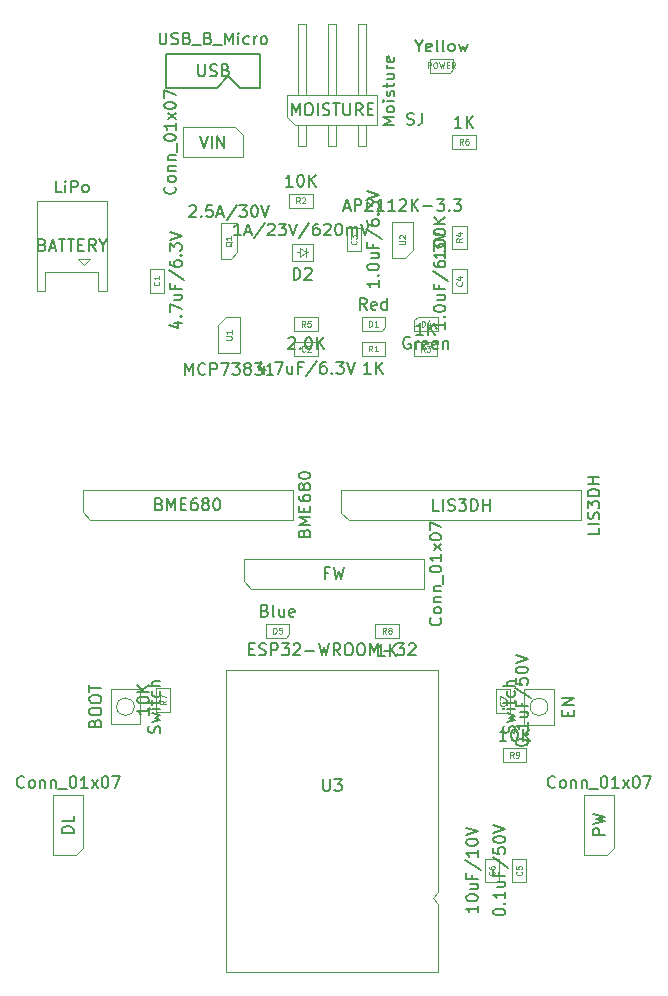
<source format=gbr>
%TF.GenerationSoftware,KiCad,Pcbnew,(5.1.9)-1*%
%TF.CreationDate,2021-05-12T18:30:48+02:00*%
%TF.ProjectId,clip,636c6970-2e6b-4696-9361-645f70636258,rev?*%
%TF.SameCoordinates,Original*%
%TF.FileFunction,Other,Fab,Top*%
%FSLAX46Y46*%
G04 Gerber Fmt 4.6, Leading zero omitted, Abs format (unit mm)*
G04 Created by KiCad (PCBNEW (5.1.9)-1) date 2021-05-12 18:30:48*
%MOMM*%
%LPD*%
G01*
G04 APERTURE LIST*
%ADD10C,0.100000*%
%ADD11C,0.150000*%
%ADD12C,0.080000*%
%ADD13C,0.075000*%
G04 APERTURE END LIST*
D10*
%TO.C,DL*%
X127125000Y-121480000D02*
X125220000Y-121480000D01*
X125220000Y-121480000D02*
X125220000Y-116400000D01*
X125220000Y-116400000D02*
X127760000Y-116400000D01*
X127760000Y-116400000D02*
X127760000Y-120845000D01*
X127760000Y-120845000D02*
X127125000Y-121480000D01*
%TO.C,PW*%
X172720000Y-120840500D02*
X172085000Y-121475500D01*
X172720000Y-116395500D02*
X172720000Y-120840500D01*
X170180000Y-116395500D02*
X172720000Y-116395500D01*
X170180000Y-121475500D02*
X170180000Y-116395500D01*
X172085000Y-121475500D02*
X170180000Y-121475500D01*
%TO.C,U3*%
X139830000Y-105840000D02*
X139830000Y-131345000D01*
X157830000Y-105840000D02*
X139830000Y-105840000D01*
X157830000Y-131345000D02*
X157830000Y-125620000D01*
X157830000Y-131345000D02*
X139830000Y-131345000D01*
X157830000Y-124620000D02*
X157830000Y-105840000D01*
X157330000Y-125120000D02*
X157830000Y-125620000D01*
X157830000Y-124620000D02*
X157330000Y-125120000D01*
%TO.C,EN*%
X167600000Y-107420000D02*
X167600000Y-110420000D01*
X167600000Y-110420000D02*
X165100000Y-110420000D01*
X165100000Y-110420000D02*
X165100000Y-107420000D01*
X165100000Y-107420000D02*
X167600000Y-107420000D01*
X167100000Y-108920000D02*
G75*
G03*
X167100000Y-108920000I-750000J0D01*
G01*
%TO.C,LIS3DH*%
X149620000Y-92505000D02*
X149620000Y-90600000D01*
X149620000Y-90600000D02*
X169940000Y-90600000D01*
X169940000Y-90600000D02*
X169940000Y-93140000D01*
X169940000Y-93140000D02*
X150255000Y-93140000D01*
X150255000Y-93140000D02*
X149620000Y-92505000D01*
%TO.C,VIN*%
X140645000Y-59860000D02*
X141280000Y-60495000D01*
X136200000Y-59860000D02*
X140645000Y-59860000D01*
X136200000Y-62400000D02*
X136200000Y-59860000D01*
X141280000Y-62400000D02*
X136200000Y-62400000D01*
X141280000Y-60495000D02*
X141280000Y-62400000D01*
%TO.C,FW*%
X141965000Y-98920000D02*
X141330000Y-98285000D01*
X156570000Y-98920000D02*
X141965000Y-98920000D01*
X156570000Y-96380000D02*
X156570000Y-98920000D01*
X141330000Y-96380000D02*
X156570000Y-96380000D01*
X141330000Y-98285000D02*
X141330000Y-96380000D01*
%TO.C,D4*%
X157777800Y-77100000D02*
X157777800Y-75900000D01*
X155777800Y-77100000D02*
X157777800Y-77100000D01*
X155777800Y-76200000D02*
X155777800Y-77100000D01*
X156077800Y-75900000D02*
X155777800Y-76200000D01*
X157777800Y-75900000D02*
X156077800Y-75900000D01*
%TO.C,D2*%
X147200000Y-71150000D02*
X145400000Y-71150000D01*
X145400000Y-71150000D02*
X145400000Y-69750000D01*
X145400000Y-69750000D02*
X147200000Y-69750000D01*
X147200000Y-69750000D02*
X147200000Y-71150000D01*
X146600000Y-70800000D02*
X146600000Y-70100000D01*
X146600000Y-70450000D02*
X146800000Y-70450000D01*
X146600000Y-70450000D02*
X146100000Y-70800000D01*
X146100000Y-70800000D02*
X146100000Y-70100000D01*
X146100000Y-70100000D02*
X146600000Y-70450000D01*
X146100000Y-70450000D02*
X145850000Y-70450000D01*
%TO.C,BME680*%
X127698500Y-92456000D02*
X127698500Y-90551000D01*
X127698500Y-90551000D02*
X145478500Y-90551000D01*
X145478500Y-90551000D02*
X145478500Y-93091000D01*
X145478500Y-93091000D02*
X128333500Y-93091000D01*
X128333500Y-93091000D02*
X127698500Y-92456000D01*
%TO.C,MOISTURE*%
X151700000Y-57110000D02*
X151700000Y-51110000D01*
X151060000Y-51110000D02*
X151700000Y-51110000D01*
X151060000Y-57110000D02*
X151060000Y-51110000D01*
X151700000Y-61470000D02*
X151700000Y-59650000D01*
X151060000Y-61470000D02*
X151700000Y-61470000D01*
X151060000Y-61470000D02*
X151060000Y-59650000D01*
X149160000Y-57110000D02*
X149160000Y-51110000D01*
X148520000Y-51110000D02*
X149160000Y-51110000D01*
X148520000Y-57110000D02*
X148520000Y-51110000D01*
X149160000Y-61470000D02*
X149160000Y-59650000D01*
X148520000Y-61470000D02*
X149160000Y-61470000D01*
X148520000Y-61470000D02*
X148520000Y-59650000D01*
X146620000Y-57110000D02*
X146620000Y-51110000D01*
X145980000Y-51110000D02*
X146620000Y-51110000D01*
X145980000Y-57110000D02*
X145980000Y-51110000D01*
X146620000Y-61470000D02*
X146620000Y-59650000D01*
X145980000Y-61470000D02*
X146620000Y-61470000D01*
X145980000Y-61470000D02*
X145980000Y-59650000D01*
X145665000Y-59650000D02*
X145030000Y-59015000D01*
X152650000Y-59650000D02*
X145665000Y-59650000D01*
X152650000Y-57110000D02*
X152650000Y-59650000D01*
X145030000Y-57110000D02*
X152650000Y-57110000D01*
X145030000Y-59015000D02*
X145030000Y-57110000D01*
D11*
%TO.C,USB*%
X142750000Y-56530000D02*
X141050000Y-56530000D01*
X141050000Y-56530000D02*
X140050000Y-55530000D01*
X140050000Y-55530000D02*
X139050000Y-56530000D01*
X139050000Y-56530000D02*
X134750000Y-56530000D01*
X134750000Y-56530000D02*
X134750000Y-53630000D01*
X134750000Y-53630000D02*
X142750000Y-53630000D01*
X142750000Y-53630000D02*
X142750000Y-56530000D01*
D10*
%TO.C,U2*%
X155690000Y-70280000D02*
X155040000Y-70930000D01*
X153890000Y-70930000D02*
X155040000Y-70930000D01*
X155690000Y-70280000D02*
X155690000Y-67830000D01*
X153890000Y-67830000D02*
X155690000Y-67830000D01*
X153890000Y-70930000D02*
X153890000Y-67830000D01*
%TO.C,R3*%
X155750000Y-78030000D02*
X157750000Y-78030000D01*
X155750000Y-79230000D02*
X155750000Y-78030000D01*
X157750000Y-79230000D02*
X155750000Y-79230000D01*
X157750000Y-78030000D02*
X157750000Y-79230000D01*
%TO.C,D5*%
X143208500Y-103089000D02*
X144908500Y-103089000D01*
X144908500Y-103089000D02*
X145208500Y-102789000D01*
X145208500Y-102789000D02*
X145208500Y-101889000D01*
X145208500Y-101889000D02*
X143208500Y-101889000D01*
X143208500Y-101889000D02*
X143208500Y-103089000D01*
%TO.C,BATTERY*%
X129050000Y-72120000D02*
X129050000Y-73720000D01*
X129050000Y-73720000D02*
X129750000Y-73720000D01*
X129750000Y-73720000D02*
X129750000Y-66120000D01*
X129750000Y-66120000D02*
X123850000Y-66120000D01*
X123850000Y-66120000D02*
X123850000Y-73720000D01*
X123850000Y-73720000D02*
X124550000Y-73720000D01*
X124550000Y-73720000D02*
X124550000Y-72120000D01*
X124550000Y-72120000D02*
X129050000Y-72120000D01*
X127800000Y-71495000D02*
X128300000Y-70995000D01*
X128300000Y-70995000D02*
X127300000Y-70995000D01*
X127300000Y-70995000D02*
X127800000Y-71495000D01*
%TO.C,U1*%
X141001000Y-75902400D02*
X141001000Y-79002400D01*
X141001000Y-79002400D02*
X139201000Y-79002400D01*
X139201000Y-76552400D02*
X139201000Y-79002400D01*
X141001000Y-75902400D02*
X139851000Y-75902400D01*
X139201000Y-76552400D02*
X139851000Y-75902400D01*
%TO.C,BOOT*%
X130080000Y-110415000D02*
X130080000Y-107415000D01*
X130080000Y-107415000D02*
X132580000Y-107415000D01*
X132580000Y-107415000D02*
X132580000Y-110415000D01*
X132580000Y-110415000D02*
X130080000Y-110415000D01*
X132080000Y-108915000D02*
G75*
G03*
X132080000Y-108915000I-750000J0D01*
G01*
%TO.C,R7*%
X133920000Y-107325000D02*
X135120000Y-107325000D01*
X135120000Y-107325000D02*
X135120000Y-109325000D01*
X135120000Y-109325000D02*
X133920000Y-109325000D01*
X133920000Y-109325000D02*
X133920000Y-107325000D01*
%TO.C,R9*%
X165280000Y-112400000D02*
X165280000Y-113600000D01*
X165280000Y-113600000D02*
X163280000Y-113600000D01*
X163280000Y-113600000D02*
X163280000Y-112400000D01*
X163280000Y-112400000D02*
X165280000Y-112400000D01*
%TO.C,R8*%
X152479500Y-103089000D02*
X152479500Y-101889000D01*
X152479500Y-101889000D02*
X154479500Y-101889000D01*
X154479500Y-101889000D02*
X154479500Y-103089000D01*
X154479500Y-103089000D02*
X152479500Y-103089000D01*
%TO.C,R6*%
X160994600Y-60487000D02*
X160994600Y-61687000D01*
X160994600Y-61687000D02*
X158994600Y-61687000D01*
X158994600Y-61687000D02*
X158994600Y-60487000D01*
X158994600Y-60487000D02*
X160994600Y-60487000D01*
%TO.C,R5*%
X147631000Y-77112400D02*
X145631000Y-77112400D01*
X147631000Y-75912400D02*
X147631000Y-77112400D01*
X145631000Y-75912400D02*
X147631000Y-75912400D01*
X145631000Y-77112400D02*
X145631000Y-75912400D01*
%TO.C,R4*%
X159012000Y-68174400D02*
X160212000Y-68174400D01*
X160212000Y-68174400D02*
X160212000Y-70174400D01*
X160212000Y-70174400D02*
X159012000Y-70174400D01*
X159012000Y-70174400D02*
X159012000Y-68174400D01*
%TO.C,R2*%
X145177000Y-65465400D02*
X147177000Y-65465400D01*
X145177000Y-66665400D02*
X145177000Y-65465400D01*
X147177000Y-66665400D02*
X145177000Y-66665400D01*
X147177000Y-65465400D02*
X147177000Y-66665400D01*
%TO.C,R1*%
X153320000Y-79210000D02*
X151320000Y-79210000D01*
X153320000Y-78010000D02*
X153320000Y-79210000D01*
X151320000Y-78010000D02*
X153320000Y-78010000D01*
X151320000Y-79210000D02*
X151320000Y-78010000D01*
%TO.C,Q1*%
X140781000Y-67974400D02*
X139381000Y-67974400D01*
X139381000Y-71014400D02*
X139381000Y-67974400D01*
X140781000Y-70444400D02*
X140231000Y-71014400D01*
X140231000Y-71014400D02*
X139381000Y-71014400D01*
X140781000Y-70444400D02*
X140781000Y-67994400D01*
%TO.C,POWER*%
X157080000Y-55230000D02*
X158780000Y-55230000D01*
X158780000Y-55230000D02*
X159080000Y-54930000D01*
X159080000Y-54930000D02*
X159080000Y-54030000D01*
X159080000Y-54030000D02*
X157080000Y-54030000D01*
X157080000Y-54030000D02*
X157080000Y-55230000D01*
%TO.C,D1*%
X151320000Y-75900000D02*
X151320000Y-77100000D01*
X153320000Y-75900000D02*
X151320000Y-75900000D01*
X153320000Y-76800000D02*
X153320000Y-75900000D01*
X153020000Y-77100000D02*
X153320000Y-76800000D01*
X151320000Y-77100000D02*
X153020000Y-77100000D01*
%TO.C,C7*%
X163890000Y-109440000D02*
X162690000Y-109440000D01*
X162690000Y-109440000D02*
X162690000Y-107440000D01*
X162690000Y-107440000D02*
X163890000Y-107440000D01*
X163890000Y-107440000D02*
X163890000Y-109440000D01*
%TO.C,C6*%
X161760000Y-121785000D02*
X162960000Y-121785000D01*
X162960000Y-121785000D02*
X162960000Y-123785000D01*
X162960000Y-123785000D02*
X161760000Y-123785000D01*
X161760000Y-123785000D02*
X161760000Y-121785000D01*
%TO.C,C5*%
X164070000Y-121790000D02*
X165270000Y-121790000D01*
X165270000Y-121790000D02*
X165270000Y-123790000D01*
X165270000Y-123790000D02*
X164070000Y-123790000D01*
X164070000Y-123790000D02*
X164070000Y-121790000D01*
%TO.C,C4*%
X159012000Y-71884400D02*
X160212000Y-71884400D01*
X160212000Y-71884400D02*
X160212000Y-73884400D01*
X160212000Y-73884400D02*
X159012000Y-73884400D01*
X159012000Y-73884400D02*
X159012000Y-71884400D01*
%TO.C,C3*%
X151282000Y-70364400D02*
X150082000Y-70364400D01*
X150082000Y-70364400D02*
X150082000Y-68364400D01*
X150082000Y-68364400D02*
X151282000Y-68364400D01*
X151282000Y-68364400D02*
X151282000Y-70364400D01*
%TO.C,C2*%
X147631000Y-79212400D02*
X145631000Y-79212400D01*
X147631000Y-78012400D02*
X147631000Y-79212400D01*
X145631000Y-78012400D02*
X147631000Y-78012400D01*
X145631000Y-79212400D02*
X145631000Y-78012400D01*
%TO.C,C1*%
X134585000Y-73847200D02*
X133385000Y-73847200D01*
X133385000Y-73847200D02*
X133385000Y-71847200D01*
X133385000Y-71847200D02*
X134585000Y-71847200D01*
X134585000Y-71847200D02*
X134585000Y-73847200D01*
%TD*%
%TO.C,DL*%
D11*
X122751904Y-115697142D02*
X122704285Y-115744761D01*
X122561428Y-115792380D01*
X122466190Y-115792380D01*
X122323333Y-115744761D01*
X122228095Y-115649523D01*
X122180476Y-115554285D01*
X122132857Y-115363809D01*
X122132857Y-115220952D01*
X122180476Y-115030476D01*
X122228095Y-114935238D01*
X122323333Y-114840000D01*
X122466190Y-114792380D01*
X122561428Y-114792380D01*
X122704285Y-114840000D01*
X122751904Y-114887619D01*
X123323333Y-115792380D02*
X123228095Y-115744761D01*
X123180476Y-115697142D01*
X123132857Y-115601904D01*
X123132857Y-115316190D01*
X123180476Y-115220952D01*
X123228095Y-115173333D01*
X123323333Y-115125714D01*
X123466190Y-115125714D01*
X123561428Y-115173333D01*
X123609047Y-115220952D01*
X123656666Y-115316190D01*
X123656666Y-115601904D01*
X123609047Y-115697142D01*
X123561428Y-115744761D01*
X123466190Y-115792380D01*
X123323333Y-115792380D01*
X124085238Y-115125714D02*
X124085238Y-115792380D01*
X124085238Y-115220952D02*
X124132857Y-115173333D01*
X124228095Y-115125714D01*
X124370952Y-115125714D01*
X124466190Y-115173333D01*
X124513809Y-115268571D01*
X124513809Y-115792380D01*
X124990000Y-115125714D02*
X124990000Y-115792380D01*
X124990000Y-115220952D02*
X125037619Y-115173333D01*
X125132857Y-115125714D01*
X125275714Y-115125714D01*
X125370952Y-115173333D01*
X125418571Y-115268571D01*
X125418571Y-115792380D01*
X125656666Y-115887619D02*
X126418571Y-115887619D01*
X126847142Y-114792380D02*
X126942380Y-114792380D01*
X127037619Y-114840000D01*
X127085238Y-114887619D01*
X127132857Y-114982857D01*
X127180476Y-115173333D01*
X127180476Y-115411428D01*
X127132857Y-115601904D01*
X127085238Y-115697142D01*
X127037619Y-115744761D01*
X126942380Y-115792380D01*
X126847142Y-115792380D01*
X126751904Y-115744761D01*
X126704285Y-115697142D01*
X126656666Y-115601904D01*
X126609047Y-115411428D01*
X126609047Y-115173333D01*
X126656666Y-114982857D01*
X126704285Y-114887619D01*
X126751904Y-114840000D01*
X126847142Y-114792380D01*
X128132857Y-115792380D02*
X127561428Y-115792380D01*
X127847142Y-115792380D02*
X127847142Y-114792380D01*
X127751904Y-114935238D01*
X127656666Y-115030476D01*
X127561428Y-115078095D01*
X128466190Y-115792380D02*
X128990000Y-115125714D01*
X128466190Y-115125714D02*
X128990000Y-115792380D01*
X129561428Y-114792380D02*
X129656666Y-114792380D01*
X129751904Y-114840000D01*
X129799523Y-114887619D01*
X129847142Y-114982857D01*
X129894761Y-115173333D01*
X129894761Y-115411428D01*
X129847142Y-115601904D01*
X129799523Y-115697142D01*
X129751904Y-115744761D01*
X129656666Y-115792380D01*
X129561428Y-115792380D01*
X129466190Y-115744761D01*
X129418571Y-115697142D01*
X129370952Y-115601904D01*
X129323333Y-115411428D01*
X129323333Y-115173333D01*
X129370952Y-114982857D01*
X129418571Y-114887619D01*
X129466190Y-114840000D01*
X129561428Y-114792380D01*
X130228095Y-114792380D02*
X130894761Y-114792380D01*
X130466190Y-115792380D01*
X126942380Y-119606666D02*
X125942380Y-119606666D01*
X125942380Y-119368571D01*
X125990000Y-119225714D01*
X126085238Y-119130476D01*
X126180476Y-119082857D01*
X126370952Y-119035238D01*
X126513809Y-119035238D01*
X126704285Y-119082857D01*
X126799523Y-119130476D01*
X126894761Y-119225714D01*
X126942380Y-119368571D01*
X126942380Y-119606666D01*
X126942380Y-118130476D02*
X126942380Y-118606666D01*
X125942380Y-118606666D01*
%TO.C,PW*%
X167711904Y-115692642D02*
X167664285Y-115740261D01*
X167521428Y-115787880D01*
X167426190Y-115787880D01*
X167283333Y-115740261D01*
X167188095Y-115645023D01*
X167140476Y-115549785D01*
X167092857Y-115359309D01*
X167092857Y-115216452D01*
X167140476Y-115025976D01*
X167188095Y-114930738D01*
X167283333Y-114835500D01*
X167426190Y-114787880D01*
X167521428Y-114787880D01*
X167664285Y-114835500D01*
X167711904Y-114883119D01*
X168283333Y-115787880D02*
X168188095Y-115740261D01*
X168140476Y-115692642D01*
X168092857Y-115597404D01*
X168092857Y-115311690D01*
X168140476Y-115216452D01*
X168188095Y-115168833D01*
X168283333Y-115121214D01*
X168426190Y-115121214D01*
X168521428Y-115168833D01*
X168569047Y-115216452D01*
X168616666Y-115311690D01*
X168616666Y-115597404D01*
X168569047Y-115692642D01*
X168521428Y-115740261D01*
X168426190Y-115787880D01*
X168283333Y-115787880D01*
X169045238Y-115121214D02*
X169045238Y-115787880D01*
X169045238Y-115216452D02*
X169092857Y-115168833D01*
X169188095Y-115121214D01*
X169330952Y-115121214D01*
X169426190Y-115168833D01*
X169473809Y-115264071D01*
X169473809Y-115787880D01*
X169950000Y-115121214D02*
X169950000Y-115787880D01*
X169950000Y-115216452D02*
X169997619Y-115168833D01*
X170092857Y-115121214D01*
X170235714Y-115121214D01*
X170330952Y-115168833D01*
X170378571Y-115264071D01*
X170378571Y-115787880D01*
X170616666Y-115883119D02*
X171378571Y-115883119D01*
X171807142Y-114787880D02*
X171902380Y-114787880D01*
X171997619Y-114835500D01*
X172045238Y-114883119D01*
X172092857Y-114978357D01*
X172140476Y-115168833D01*
X172140476Y-115406928D01*
X172092857Y-115597404D01*
X172045238Y-115692642D01*
X171997619Y-115740261D01*
X171902380Y-115787880D01*
X171807142Y-115787880D01*
X171711904Y-115740261D01*
X171664285Y-115692642D01*
X171616666Y-115597404D01*
X171569047Y-115406928D01*
X171569047Y-115168833D01*
X171616666Y-114978357D01*
X171664285Y-114883119D01*
X171711904Y-114835500D01*
X171807142Y-114787880D01*
X173092857Y-115787880D02*
X172521428Y-115787880D01*
X172807142Y-115787880D02*
X172807142Y-114787880D01*
X172711904Y-114930738D01*
X172616666Y-115025976D01*
X172521428Y-115073595D01*
X173426190Y-115787880D02*
X173950000Y-115121214D01*
X173426190Y-115121214D02*
X173950000Y-115787880D01*
X174521428Y-114787880D02*
X174616666Y-114787880D01*
X174711904Y-114835500D01*
X174759523Y-114883119D01*
X174807142Y-114978357D01*
X174854761Y-115168833D01*
X174854761Y-115406928D01*
X174807142Y-115597404D01*
X174759523Y-115692642D01*
X174711904Y-115740261D01*
X174616666Y-115787880D01*
X174521428Y-115787880D01*
X174426190Y-115740261D01*
X174378571Y-115692642D01*
X174330952Y-115597404D01*
X174283333Y-115406928D01*
X174283333Y-115168833D01*
X174330952Y-114978357D01*
X174378571Y-114883119D01*
X174426190Y-114835500D01*
X174521428Y-114787880D01*
X175188095Y-114787880D02*
X175854761Y-114787880D01*
X175426190Y-115787880D01*
X171902380Y-119768833D02*
X170902380Y-119768833D01*
X170902380Y-119387880D01*
X170950000Y-119292642D01*
X170997619Y-119245023D01*
X171092857Y-119197404D01*
X171235714Y-119197404D01*
X171330952Y-119245023D01*
X171378571Y-119292642D01*
X171426190Y-119387880D01*
X171426190Y-119768833D01*
X170902380Y-118864071D02*
X171902380Y-118625976D01*
X171188095Y-118435500D01*
X171902380Y-118245023D01*
X170902380Y-118006928D01*
%TO.C,U3*%
X141806190Y-104028571D02*
X142139523Y-104028571D01*
X142282380Y-104552380D02*
X141806190Y-104552380D01*
X141806190Y-103552380D01*
X142282380Y-103552380D01*
X142663333Y-104504761D02*
X142806190Y-104552380D01*
X143044285Y-104552380D01*
X143139523Y-104504761D01*
X143187142Y-104457142D01*
X143234761Y-104361904D01*
X143234761Y-104266666D01*
X143187142Y-104171428D01*
X143139523Y-104123809D01*
X143044285Y-104076190D01*
X142853809Y-104028571D01*
X142758571Y-103980952D01*
X142710952Y-103933333D01*
X142663333Y-103838095D01*
X142663333Y-103742857D01*
X142710952Y-103647619D01*
X142758571Y-103600000D01*
X142853809Y-103552380D01*
X143091904Y-103552380D01*
X143234761Y-103600000D01*
X143663333Y-104552380D02*
X143663333Y-103552380D01*
X144044285Y-103552380D01*
X144139523Y-103600000D01*
X144187142Y-103647619D01*
X144234761Y-103742857D01*
X144234761Y-103885714D01*
X144187142Y-103980952D01*
X144139523Y-104028571D01*
X144044285Y-104076190D01*
X143663333Y-104076190D01*
X144568095Y-103552380D02*
X145187142Y-103552380D01*
X144853809Y-103933333D01*
X144996666Y-103933333D01*
X145091904Y-103980952D01*
X145139523Y-104028571D01*
X145187142Y-104123809D01*
X145187142Y-104361904D01*
X145139523Y-104457142D01*
X145091904Y-104504761D01*
X144996666Y-104552380D01*
X144710952Y-104552380D01*
X144615714Y-104504761D01*
X144568095Y-104457142D01*
X145568095Y-103647619D02*
X145615714Y-103600000D01*
X145710952Y-103552380D01*
X145949047Y-103552380D01*
X146044285Y-103600000D01*
X146091904Y-103647619D01*
X146139523Y-103742857D01*
X146139523Y-103838095D01*
X146091904Y-103980952D01*
X145520476Y-104552380D01*
X146139523Y-104552380D01*
X146568095Y-104171428D02*
X147330000Y-104171428D01*
X147710952Y-103552380D02*
X147949047Y-104552380D01*
X148139523Y-103838095D01*
X148330000Y-104552380D01*
X148568095Y-103552380D01*
X149520476Y-104552380D02*
X149187142Y-104076190D01*
X148949047Y-104552380D02*
X148949047Y-103552380D01*
X149330000Y-103552380D01*
X149425238Y-103600000D01*
X149472857Y-103647619D01*
X149520476Y-103742857D01*
X149520476Y-103885714D01*
X149472857Y-103980952D01*
X149425238Y-104028571D01*
X149330000Y-104076190D01*
X148949047Y-104076190D01*
X150139523Y-103552380D02*
X150330000Y-103552380D01*
X150425238Y-103600000D01*
X150520476Y-103695238D01*
X150568095Y-103885714D01*
X150568095Y-104219047D01*
X150520476Y-104409523D01*
X150425238Y-104504761D01*
X150330000Y-104552380D01*
X150139523Y-104552380D01*
X150044285Y-104504761D01*
X149949047Y-104409523D01*
X149901428Y-104219047D01*
X149901428Y-103885714D01*
X149949047Y-103695238D01*
X150044285Y-103600000D01*
X150139523Y-103552380D01*
X151187142Y-103552380D02*
X151377619Y-103552380D01*
X151472857Y-103600000D01*
X151568095Y-103695238D01*
X151615714Y-103885714D01*
X151615714Y-104219047D01*
X151568095Y-104409523D01*
X151472857Y-104504761D01*
X151377619Y-104552380D01*
X151187142Y-104552380D01*
X151091904Y-104504761D01*
X150996666Y-104409523D01*
X150949047Y-104219047D01*
X150949047Y-103885714D01*
X150996666Y-103695238D01*
X151091904Y-103600000D01*
X151187142Y-103552380D01*
X152044285Y-104552380D02*
X152044285Y-103552380D01*
X152377619Y-104266666D01*
X152710952Y-103552380D01*
X152710952Y-104552380D01*
X153187142Y-104171428D02*
X153949047Y-104171428D01*
X154329999Y-103552380D02*
X154949047Y-103552380D01*
X154615714Y-103933333D01*
X154758571Y-103933333D01*
X154853809Y-103980952D01*
X154901428Y-104028571D01*
X154949047Y-104123809D01*
X154949047Y-104361904D01*
X154901428Y-104457142D01*
X154853809Y-104504761D01*
X154758571Y-104552380D01*
X154472857Y-104552380D01*
X154377619Y-104504761D01*
X154329999Y-104457142D01*
X155329999Y-103647619D02*
X155377619Y-103600000D01*
X155472857Y-103552380D01*
X155710952Y-103552380D01*
X155806190Y-103600000D01*
X155853809Y-103647619D01*
X155901428Y-103742857D01*
X155901428Y-103838095D01*
X155853809Y-103980952D01*
X155282380Y-104552380D01*
X155901428Y-104552380D01*
X148068095Y-115052380D02*
X148068095Y-115861904D01*
X148115714Y-115957142D01*
X148163333Y-116004761D01*
X148258571Y-116052380D01*
X148449047Y-116052380D01*
X148544285Y-116004761D01*
X148591904Y-115957142D01*
X148639523Y-115861904D01*
X148639523Y-115052380D01*
X149020476Y-115052380D02*
X149639523Y-115052380D01*
X149306190Y-115433333D01*
X149449047Y-115433333D01*
X149544285Y-115480952D01*
X149591904Y-115528571D01*
X149639523Y-115623809D01*
X149639523Y-115861904D01*
X149591904Y-115957142D01*
X149544285Y-116004761D01*
X149449047Y-116052380D01*
X149163333Y-116052380D01*
X149068095Y-116004761D01*
X149020476Y-115957142D01*
%TO.C,EN*%
X164254761Y-111134285D02*
X164302380Y-110991428D01*
X164302380Y-110753333D01*
X164254761Y-110658095D01*
X164207142Y-110610476D01*
X164111904Y-110562857D01*
X164016666Y-110562857D01*
X163921428Y-110610476D01*
X163873809Y-110658095D01*
X163826190Y-110753333D01*
X163778571Y-110943809D01*
X163730952Y-111039047D01*
X163683333Y-111086666D01*
X163588095Y-111134285D01*
X163492857Y-111134285D01*
X163397619Y-111086666D01*
X163350000Y-111039047D01*
X163302380Y-110943809D01*
X163302380Y-110705714D01*
X163350000Y-110562857D01*
X163635714Y-110229523D02*
X164302380Y-110039047D01*
X163826190Y-109848571D01*
X164302380Y-109658095D01*
X163635714Y-109467619D01*
X164302380Y-109086666D02*
X163635714Y-109086666D01*
X163302380Y-109086666D02*
X163350000Y-109134285D01*
X163397619Y-109086666D01*
X163350000Y-109039047D01*
X163302380Y-109086666D01*
X163397619Y-109086666D01*
X163635714Y-108753333D02*
X163635714Y-108372380D01*
X163302380Y-108610476D02*
X164159523Y-108610476D01*
X164254761Y-108562857D01*
X164302380Y-108467619D01*
X164302380Y-108372380D01*
X164254761Y-107610476D02*
X164302380Y-107705714D01*
X164302380Y-107896190D01*
X164254761Y-107991428D01*
X164207142Y-108039047D01*
X164111904Y-108086666D01*
X163826190Y-108086666D01*
X163730952Y-108039047D01*
X163683333Y-107991428D01*
X163635714Y-107896190D01*
X163635714Y-107705714D01*
X163683333Y-107610476D01*
X164302380Y-107181904D02*
X163302380Y-107181904D01*
X164302380Y-106753333D02*
X163778571Y-106753333D01*
X163683333Y-106800952D01*
X163635714Y-106896190D01*
X163635714Y-107039047D01*
X163683333Y-107134285D01*
X163730952Y-107181904D01*
X168778571Y-109658095D02*
X168778571Y-109324761D01*
X169302380Y-109181904D02*
X169302380Y-109658095D01*
X168302380Y-109658095D01*
X168302380Y-109181904D01*
X169302380Y-108753333D02*
X168302380Y-108753333D01*
X169302380Y-108181904D01*
X168302380Y-108181904D01*
%TO.C,LIS3DH*%
X171452380Y-93774761D02*
X171452380Y-94250952D01*
X170452380Y-94250952D01*
X171452380Y-93441428D02*
X170452380Y-93441428D01*
X171404761Y-93012857D02*
X171452380Y-92870000D01*
X171452380Y-92631904D01*
X171404761Y-92536666D01*
X171357142Y-92489047D01*
X171261904Y-92441428D01*
X171166666Y-92441428D01*
X171071428Y-92489047D01*
X171023809Y-92536666D01*
X170976190Y-92631904D01*
X170928571Y-92822380D01*
X170880952Y-92917619D01*
X170833333Y-92965238D01*
X170738095Y-93012857D01*
X170642857Y-93012857D01*
X170547619Y-92965238D01*
X170500000Y-92917619D01*
X170452380Y-92822380D01*
X170452380Y-92584285D01*
X170500000Y-92441428D01*
X170452380Y-92108095D02*
X170452380Y-91489047D01*
X170833333Y-91822380D01*
X170833333Y-91679523D01*
X170880952Y-91584285D01*
X170928571Y-91536666D01*
X171023809Y-91489047D01*
X171261904Y-91489047D01*
X171357142Y-91536666D01*
X171404761Y-91584285D01*
X171452380Y-91679523D01*
X171452380Y-91965238D01*
X171404761Y-92060476D01*
X171357142Y-92108095D01*
X171452380Y-91060476D02*
X170452380Y-91060476D01*
X170452380Y-90822380D01*
X170500000Y-90679523D01*
X170595238Y-90584285D01*
X170690476Y-90536666D01*
X170880952Y-90489047D01*
X171023809Y-90489047D01*
X171214285Y-90536666D01*
X171309523Y-90584285D01*
X171404761Y-90679523D01*
X171452380Y-90822380D01*
X171452380Y-91060476D01*
X171452380Y-90060476D02*
X170452380Y-90060476D01*
X170928571Y-90060476D02*
X170928571Y-89489047D01*
X171452380Y-89489047D02*
X170452380Y-89489047D01*
X157875238Y-92322380D02*
X157399047Y-92322380D01*
X157399047Y-91322380D01*
X158208571Y-92322380D02*
X158208571Y-91322380D01*
X158637142Y-92274761D02*
X158780000Y-92322380D01*
X159018095Y-92322380D01*
X159113333Y-92274761D01*
X159160952Y-92227142D01*
X159208571Y-92131904D01*
X159208571Y-92036666D01*
X159160952Y-91941428D01*
X159113333Y-91893809D01*
X159018095Y-91846190D01*
X158827619Y-91798571D01*
X158732380Y-91750952D01*
X158684761Y-91703333D01*
X158637142Y-91608095D01*
X158637142Y-91512857D01*
X158684761Y-91417619D01*
X158732380Y-91370000D01*
X158827619Y-91322380D01*
X159065714Y-91322380D01*
X159208571Y-91370000D01*
X159541904Y-91322380D02*
X160160952Y-91322380D01*
X159827619Y-91703333D01*
X159970476Y-91703333D01*
X160065714Y-91750952D01*
X160113333Y-91798571D01*
X160160952Y-91893809D01*
X160160952Y-92131904D01*
X160113333Y-92227142D01*
X160065714Y-92274761D01*
X159970476Y-92322380D01*
X159684761Y-92322380D01*
X159589523Y-92274761D01*
X159541904Y-92227142D01*
X160589523Y-92322380D02*
X160589523Y-91322380D01*
X160827619Y-91322380D01*
X160970476Y-91370000D01*
X161065714Y-91465238D01*
X161113333Y-91560476D01*
X161160952Y-91750952D01*
X161160952Y-91893809D01*
X161113333Y-92084285D01*
X161065714Y-92179523D01*
X160970476Y-92274761D01*
X160827619Y-92322380D01*
X160589523Y-92322380D01*
X161589523Y-92322380D02*
X161589523Y-91322380D01*
X161589523Y-91798571D02*
X162160952Y-91798571D01*
X162160952Y-92322380D02*
X162160952Y-91322380D01*
%TO.C,VIN*%
X135497142Y-64868095D02*
X135544761Y-64915714D01*
X135592380Y-65058571D01*
X135592380Y-65153809D01*
X135544761Y-65296666D01*
X135449523Y-65391904D01*
X135354285Y-65439523D01*
X135163809Y-65487142D01*
X135020952Y-65487142D01*
X134830476Y-65439523D01*
X134735238Y-65391904D01*
X134640000Y-65296666D01*
X134592380Y-65153809D01*
X134592380Y-65058571D01*
X134640000Y-64915714D01*
X134687619Y-64868095D01*
X135592380Y-64296666D02*
X135544761Y-64391904D01*
X135497142Y-64439523D01*
X135401904Y-64487142D01*
X135116190Y-64487142D01*
X135020952Y-64439523D01*
X134973333Y-64391904D01*
X134925714Y-64296666D01*
X134925714Y-64153809D01*
X134973333Y-64058571D01*
X135020952Y-64010952D01*
X135116190Y-63963333D01*
X135401904Y-63963333D01*
X135497142Y-64010952D01*
X135544761Y-64058571D01*
X135592380Y-64153809D01*
X135592380Y-64296666D01*
X134925714Y-63534761D02*
X135592380Y-63534761D01*
X135020952Y-63534761D02*
X134973333Y-63487142D01*
X134925714Y-63391904D01*
X134925714Y-63249047D01*
X134973333Y-63153809D01*
X135068571Y-63106190D01*
X135592380Y-63106190D01*
X134925714Y-62630000D02*
X135592380Y-62630000D01*
X135020952Y-62630000D02*
X134973333Y-62582380D01*
X134925714Y-62487142D01*
X134925714Y-62344285D01*
X134973333Y-62249047D01*
X135068571Y-62201428D01*
X135592380Y-62201428D01*
X135687619Y-61963333D02*
X135687619Y-61201428D01*
X134592380Y-60772857D02*
X134592380Y-60677619D01*
X134640000Y-60582380D01*
X134687619Y-60534761D01*
X134782857Y-60487142D01*
X134973333Y-60439523D01*
X135211428Y-60439523D01*
X135401904Y-60487142D01*
X135497142Y-60534761D01*
X135544761Y-60582380D01*
X135592380Y-60677619D01*
X135592380Y-60772857D01*
X135544761Y-60868095D01*
X135497142Y-60915714D01*
X135401904Y-60963333D01*
X135211428Y-61010952D01*
X134973333Y-61010952D01*
X134782857Y-60963333D01*
X134687619Y-60915714D01*
X134640000Y-60868095D01*
X134592380Y-60772857D01*
X135592380Y-59487142D02*
X135592380Y-60058571D01*
X135592380Y-59772857D02*
X134592380Y-59772857D01*
X134735238Y-59868095D01*
X134830476Y-59963333D01*
X134878095Y-60058571D01*
X135592380Y-59153809D02*
X134925714Y-58630000D01*
X134925714Y-59153809D02*
X135592380Y-58630000D01*
X134592380Y-58058571D02*
X134592380Y-57963333D01*
X134640000Y-57868095D01*
X134687619Y-57820476D01*
X134782857Y-57772857D01*
X134973333Y-57725238D01*
X135211428Y-57725238D01*
X135401904Y-57772857D01*
X135497142Y-57820476D01*
X135544761Y-57868095D01*
X135592380Y-57963333D01*
X135592380Y-58058571D01*
X135544761Y-58153809D01*
X135497142Y-58201428D01*
X135401904Y-58249047D01*
X135211428Y-58296666D01*
X134973333Y-58296666D01*
X134782857Y-58249047D01*
X134687619Y-58201428D01*
X134640000Y-58153809D01*
X134592380Y-58058571D01*
X134592380Y-57391904D02*
X134592380Y-56725238D01*
X135592380Y-57153809D01*
X137644761Y-60582380D02*
X137978095Y-61582380D01*
X138311428Y-60582380D01*
X138644761Y-61582380D02*
X138644761Y-60582380D01*
X139120952Y-61582380D02*
X139120952Y-60582380D01*
X139692380Y-61582380D01*
X139692380Y-60582380D01*
%TO.C,FW*%
X157987142Y-101388095D02*
X158034761Y-101435714D01*
X158082380Y-101578571D01*
X158082380Y-101673809D01*
X158034761Y-101816666D01*
X157939523Y-101911904D01*
X157844285Y-101959523D01*
X157653809Y-102007142D01*
X157510952Y-102007142D01*
X157320476Y-101959523D01*
X157225238Y-101911904D01*
X157130000Y-101816666D01*
X157082380Y-101673809D01*
X157082380Y-101578571D01*
X157130000Y-101435714D01*
X157177619Y-101388095D01*
X158082380Y-100816666D02*
X158034761Y-100911904D01*
X157987142Y-100959523D01*
X157891904Y-101007142D01*
X157606190Y-101007142D01*
X157510952Y-100959523D01*
X157463333Y-100911904D01*
X157415714Y-100816666D01*
X157415714Y-100673809D01*
X157463333Y-100578571D01*
X157510952Y-100530952D01*
X157606190Y-100483333D01*
X157891904Y-100483333D01*
X157987142Y-100530952D01*
X158034761Y-100578571D01*
X158082380Y-100673809D01*
X158082380Y-100816666D01*
X157415714Y-100054761D02*
X158082380Y-100054761D01*
X157510952Y-100054761D02*
X157463333Y-100007142D01*
X157415714Y-99911904D01*
X157415714Y-99769047D01*
X157463333Y-99673809D01*
X157558571Y-99626190D01*
X158082380Y-99626190D01*
X157415714Y-99150000D02*
X158082380Y-99150000D01*
X157510952Y-99150000D02*
X157463333Y-99102380D01*
X157415714Y-99007142D01*
X157415714Y-98864285D01*
X157463333Y-98769047D01*
X157558571Y-98721428D01*
X158082380Y-98721428D01*
X158177619Y-98483333D02*
X158177619Y-97721428D01*
X157082380Y-97292857D02*
X157082380Y-97197619D01*
X157130000Y-97102380D01*
X157177619Y-97054761D01*
X157272857Y-97007142D01*
X157463333Y-96959523D01*
X157701428Y-96959523D01*
X157891904Y-97007142D01*
X157987142Y-97054761D01*
X158034761Y-97102380D01*
X158082380Y-97197619D01*
X158082380Y-97292857D01*
X158034761Y-97388095D01*
X157987142Y-97435714D01*
X157891904Y-97483333D01*
X157701428Y-97530952D01*
X157463333Y-97530952D01*
X157272857Y-97483333D01*
X157177619Y-97435714D01*
X157130000Y-97388095D01*
X157082380Y-97292857D01*
X158082380Y-96007142D02*
X158082380Y-96578571D01*
X158082380Y-96292857D02*
X157082380Y-96292857D01*
X157225238Y-96388095D01*
X157320476Y-96483333D01*
X157368095Y-96578571D01*
X158082380Y-95673809D02*
X157415714Y-95150000D01*
X157415714Y-95673809D02*
X158082380Y-95150000D01*
X157082380Y-94578571D02*
X157082380Y-94483333D01*
X157130000Y-94388095D01*
X157177619Y-94340476D01*
X157272857Y-94292857D01*
X157463333Y-94245238D01*
X157701428Y-94245238D01*
X157891904Y-94292857D01*
X157987142Y-94340476D01*
X158034761Y-94388095D01*
X158082380Y-94483333D01*
X158082380Y-94578571D01*
X158034761Y-94673809D01*
X157987142Y-94721428D01*
X157891904Y-94769047D01*
X157701428Y-94816666D01*
X157463333Y-94816666D01*
X157272857Y-94769047D01*
X157177619Y-94721428D01*
X157130000Y-94673809D01*
X157082380Y-94578571D01*
X157082380Y-93911904D02*
X157082380Y-93245238D01*
X158082380Y-93673809D01*
X148521428Y-97578571D02*
X148188095Y-97578571D01*
X148188095Y-98102380D02*
X148188095Y-97102380D01*
X148664285Y-97102380D01*
X148950000Y-97102380D02*
X149188095Y-98102380D01*
X149378571Y-97388095D01*
X149569047Y-98102380D01*
X149807142Y-97102380D01*
%TO.C,D4*%
X155420657Y-77650000D02*
X155325419Y-77602380D01*
X155182561Y-77602380D01*
X155039704Y-77650000D01*
X154944466Y-77745238D01*
X154896847Y-77840476D01*
X154849228Y-78030952D01*
X154849228Y-78173809D01*
X154896847Y-78364285D01*
X154944466Y-78459523D01*
X155039704Y-78554761D01*
X155182561Y-78602380D01*
X155277800Y-78602380D01*
X155420657Y-78554761D01*
X155468276Y-78507142D01*
X155468276Y-78173809D01*
X155277800Y-78173809D01*
X155896847Y-78602380D02*
X155896847Y-77935714D01*
X155896847Y-78126190D02*
X155944466Y-78030952D01*
X155992085Y-77983333D01*
X156087323Y-77935714D01*
X156182561Y-77935714D01*
X156896847Y-78554761D02*
X156801609Y-78602380D01*
X156611133Y-78602380D01*
X156515895Y-78554761D01*
X156468276Y-78459523D01*
X156468276Y-78078571D01*
X156515895Y-77983333D01*
X156611133Y-77935714D01*
X156801609Y-77935714D01*
X156896847Y-77983333D01*
X156944466Y-78078571D01*
X156944466Y-78173809D01*
X156468276Y-78269047D01*
X157753990Y-78554761D02*
X157658752Y-78602380D01*
X157468276Y-78602380D01*
X157373038Y-78554761D01*
X157325419Y-78459523D01*
X157325419Y-78078571D01*
X157373038Y-77983333D01*
X157468276Y-77935714D01*
X157658752Y-77935714D01*
X157753990Y-77983333D01*
X157801609Y-78078571D01*
X157801609Y-78173809D01*
X157325419Y-78269047D01*
X158230180Y-77935714D02*
X158230180Y-78602380D01*
X158230180Y-78030952D02*
X158277800Y-77983333D01*
X158373038Y-77935714D01*
X158515895Y-77935714D01*
X158611133Y-77983333D01*
X158658752Y-78078571D01*
X158658752Y-78602380D01*
D12*
X156408752Y-76726190D02*
X156408752Y-76226190D01*
X156527800Y-76226190D01*
X156599228Y-76250000D01*
X156646847Y-76297619D01*
X156670657Y-76345238D01*
X156694466Y-76440476D01*
X156694466Y-76511904D01*
X156670657Y-76607142D01*
X156646847Y-76654761D01*
X156599228Y-76702380D01*
X156527800Y-76726190D01*
X156408752Y-76726190D01*
X157123038Y-76392857D02*
X157123038Y-76726190D01*
X157003990Y-76202380D02*
X156884942Y-76559523D01*
X157194466Y-76559523D01*
%TO.C,D2*%
D11*
X141104761Y-69002380D02*
X140533333Y-69002380D01*
X140819047Y-69002380D02*
X140819047Y-68002380D01*
X140723809Y-68145238D01*
X140628571Y-68240476D01*
X140533333Y-68288095D01*
X141485714Y-68716666D02*
X141961904Y-68716666D01*
X141390476Y-69002380D02*
X141723809Y-68002380D01*
X142057142Y-69002380D01*
X143104761Y-67954761D02*
X142247619Y-69240476D01*
X143390476Y-68097619D02*
X143438095Y-68050000D01*
X143533333Y-68002380D01*
X143771428Y-68002380D01*
X143866666Y-68050000D01*
X143914285Y-68097619D01*
X143961904Y-68192857D01*
X143961904Y-68288095D01*
X143914285Y-68430952D01*
X143342857Y-69002380D01*
X143961904Y-69002380D01*
X144295238Y-68002380D02*
X144914285Y-68002380D01*
X144580952Y-68383333D01*
X144723809Y-68383333D01*
X144819047Y-68430952D01*
X144866666Y-68478571D01*
X144914285Y-68573809D01*
X144914285Y-68811904D01*
X144866666Y-68907142D01*
X144819047Y-68954761D01*
X144723809Y-69002380D01*
X144438095Y-69002380D01*
X144342857Y-68954761D01*
X144295238Y-68907142D01*
X145200000Y-68002380D02*
X145533333Y-69002380D01*
X145866666Y-68002380D01*
X146914285Y-67954761D02*
X146057142Y-69240476D01*
X147676190Y-68002380D02*
X147485714Y-68002380D01*
X147390476Y-68050000D01*
X147342857Y-68097619D01*
X147247619Y-68240476D01*
X147200000Y-68430952D01*
X147200000Y-68811904D01*
X147247619Y-68907142D01*
X147295238Y-68954761D01*
X147390476Y-69002380D01*
X147580952Y-69002380D01*
X147676190Y-68954761D01*
X147723809Y-68907142D01*
X147771428Y-68811904D01*
X147771428Y-68573809D01*
X147723809Y-68478571D01*
X147676190Y-68430952D01*
X147580952Y-68383333D01*
X147390476Y-68383333D01*
X147295238Y-68430952D01*
X147247619Y-68478571D01*
X147200000Y-68573809D01*
X148152380Y-68097619D02*
X148200000Y-68050000D01*
X148295238Y-68002380D01*
X148533333Y-68002380D01*
X148628571Y-68050000D01*
X148676190Y-68097619D01*
X148723809Y-68192857D01*
X148723809Y-68288095D01*
X148676190Y-68430952D01*
X148104761Y-69002380D01*
X148723809Y-69002380D01*
X149342857Y-68002380D02*
X149438095Y-68002380D01*
X149533333Y-68050000D01*
X149580952Y-68097619D01*
X149628571Y-68192857D01*
X149676190Y-68383333D01*
X149676190Y-68621428D01*
X149628571Y-68811904D01*
X149580952Y-68907142D01*
X149533333Y-68954761D01*
X149438095Y-69002380D01*
X149342857Y-69002380D01*
X149247619Y-68954761D01*
X149200000Y-68907142D01*
X149152380Y-68811904D01*
X149104761Y-68621428D01*
X149104761Y-68383333D01*
X149152380Y-68192857D01*
X149200000Y-68097619D01*
X149247619Y-68050000D01*
X149342857Y-68002380D01*
X150104761Y-69002380D02*
X150104761Y-68335714D01*
X150104761Y-68430952D02*
X150152380Y-68383333D01*
X150247619Y-68335714D01*
X150390476Y-68335714D01*
X150485714Y-68383333D01*
X150533333Y-68478571D01*
X150533333Y-69002380D01*
X150533333Y-68478571D02*
X150580952Y-68383333D01*
X150676190Y-68335714D01*
X150819047Y-68335714D01*
X150914285Y-68383333D01*
X150961904Y-68478571D01*
X150961904Y-69002380D01*
X151295238Y-68002380D02*
X151628571Y-69002380D01*
X151961904Y-68002380D01*
X145561904Y-72752380D02*
X145561904Y-71752380D01*
X145800000Y-71752380D01*
X145942857Y-71800000D01*
X146038095Y-71895238D01*
X146085714Y-71990476D01*
X146133333Y-72180952D01*
X146133333Y-72323809D01*
X146085714Y-72514285D01*
X146038095Y-72609523D01*
X145942857Y-72704761D01*
X145800000Y-72752380D01*
X145561904Y-72752380D01*
X146514285Y-71847619D02*
X146561904Y-71800000D01*
X146657142Y-71752380D01*
X146895238Y-71752380D01*
X146990476Y-71800000D01*
X147038095Y-71847619D01*
X147085714Y-71942857D01*
X147085714Y-72038095D01*
X147038095Y-72180952D01*
X146466666Y-72752380D01*
X147085714Y-72752380D01*
%TO.C,BME680*%
X146467071Y-94201952D02*
X146514690Y-94059095D01*
X146562309Y-94011476D01*
X146657547Y-93963857D01*
X146800404Y-93963857D01*
X146895642Y-94011476D01*
X146943261Y-94059095D01*
X146990880Y-94154333D01*
X146990880Y-94535285D01*
X145990880Y-94535285D01*
X145990880Y-94201952D01*
X146038500Y-94106714D01*
X146086119Y-94059095D01*
X146181357Y-94011476D01*
X146276595Y-94011476D01*
X146371833Y-94059095D01*
X146419452Y-94106714D01*
X146467071Y-94201952D01*
X146467071Y-94535285D01*
X146990880Y-93535285D02*
X145990880Y-93535285D01*
X146705166Y-93201952D01*
X145990880Y-92868619D01*
X146990880Y-92868619D01*
X146467071Y-92392428D02*
X146467071Y-92059095D01*
X146990880Y-91916238D02*
X146990880Y-92392428D01*
X145990880Y-92392428D01*
X145990880Y-91916238D01*
X145990880Y-91059095D02*
X145990880Y-91249571D01*
X146038500Y-91344809D01*
X146086119Y-91392428D01*
X146228976Y-91487666D01*
X146419452Y-91535285D01*
X146800404Y-91535285D01*
X146895642Y-91487666D01*
X146943261Y-91440047D01*
X146990880Y-91344809D01*
X146990880Y-91154333D01*
X146943261Y-91059095D01*
X146895642Y-91011476D01*
X146800404Y-90963857D01*
X146562309Y-90963857D01*
X146467071Y-91011476D01*
X146419452Y-91059095D01*
X146371833Y-91154333D01*
X146371833Y-91344809D01*
X146419452Y-91440047D01*
X146467071Y-91487666D01*
X146562309Y-91535285D01*
X146419452Y-90392428D02*
X146371833Y-90487666D01*
X146324214Y-90535285D01*
X146228976Y-90582904D01*
X146181357Y-90582904D01*
X146086119Y-90535285D01*
X146038500Y-90487666D01*
X145990880Y-90392428D01*
X145990880Y-90201952D01*
X146038500Y-90106714D01*
X146086119Y-90059095D01*
X146181357Y-90011476D01*
X146228976Y-90011476D01*
X146324214Y-90059095D01*
X146371833Y-90106714D01*
X146419452Y-90201952D01*
X146419452Y-90392428D01*
X146467071Y-90487666D01*
X146514690Y-90535285D01*
X146609928Y-90582904D01*
X146800404Y-90582904D01*
X146895642Y-90535285D01*
X146943261Y-90487666D01*
X146990880Y-90392428D01*
X146990880Y-90201952D01*
X146943261Y-90106714D01*
X146895642Y-90059095D01*
X146800404Y-90011476D01*
X146609928Y-90011476D01*
X146514690Y-90059095D01*
X146467071Y-90106714D01*
X146419452Y-90201952D01*
X145990880Y-89392428D02*
X145990880Y-89297190D01*
X146038500Y-89201952D01*
X146086119Y-89154333D01*
X146181357Y-89106714D01*
X146371833Y-89059095D01*
X146609928Y-89059095D01*
X146800404Y-89106714D01*
X146895642Y-89154333D01*
X146943261Y-89201952D01*
X146990880Y-89297190D01*
X146990880Y-89392428D01*
X146943261Y-89487666D01*
X146895642Y-89535285D01*
X146800404Y-89582904D01*
X146609928Y-89630523D01*
X146371833Y-89630523D01*
X146181357Y-89582904D01*
X146086119Y-89535285D01*
X146038500Y-89487666D01*
X145990880Y-89392428D01*
X134207547Y-91749571D02*
X134350404Y-91797190D01*
X134398023Y-91844809D01*
X134445642Y-91940047D01*
X134445642Y-92082904D01*
X134398023Y-92178142D01*
X134350404Y-92225761D01*
X134255166Y-92273380D01*
X133874214Y-92273380D01*
X133874214Y-91273380D01*
X134207547Y-91273380D01*
X134302785Y-91321000D01*
X134350404Y-91368619D01*
X134398023Y-91463857D01*
X134398023Y-91559095D01*
X134350404Y-91654333D01*
X134302785Y-91701952D01*
X134207547Y-91749571D01*
X133874214Y-91749571D01*
X134874214Y-92273380D02*
X134874214Y-91273380D01*
X135207547Y-91987666D01*
X135540880Y-91273380D01*
X135540880Y-92273380D01*
X136017071Y-91749571D02*
X136350404Y-91749571D01*
X136493261Y-92273380D02*
X136017071Y-92273380D01*
X136017071Y-91273380D01*
X136493261Y-91273380D01*
X137350404Y-91273380D02*
X137159928Y-91273380D01*
X137064690Y-91321000D01*
X137017071Y-91368619D01*
X136921833Y-91511476D01*
X136874214Y-91701952D01*
X136874214Y-92082904D01*
X136921833Y-92178142D01*
X136969452Y-92225761D01*
X137064690Y-92273380D01*
X137255166Y-92273380D01*
X137350404Y-92225761D01*
X137398023Y-92178142D01*
X137445642Y-92082904D01*
X137445642Y-91844809D01*
X137398023Y-91749571D01*
X137350404Y-91701952D01*
X137255166Y-91654333D01*
X137064690Y-91654333D01*
X136969452Y-91701952D01*
X136921833Y-91749571D01*
X136874214Y-91844809D01*
X138017071Y-91701952D02*
X137921833Y-91654333D01*
X137874214Y-91606714D01*
X137826595Y-91511476D01*
X137826595Y-91463857D01*
X137874214Y-91368619D01*
X137921833Y-91321000D01*
X138017071Y-91273380D01*
X138207547Y-91273380D01*
X138302785Y-91321000D01*
X138350404Y-91368619D01*
X138398023Y-91463857D01*
X138398023Y-91511476D01*
X138350404Y-91606714D01*
X138302785Y-91654333D01*
X138207547Y-91701952D01*
X138017071Y-91701952D01*
X137921833Y-91749571D01*
X137874214Y-91797190D01*
X137826595Y-91892428D01*
X137826595Y-92082904D01*
X137874214Y-92178142D01*
X137921833Y-92225761D01*
X138017071Y-92273380D01*
X138207547Y-92273380D01*
X138302785Y-92225761D01*
X138350404Y-92178142D01*
X138398023Y-92082904D01*
X138398023Y-91892428D01*
X138350404Y-91797190D01*
X138302785Y-91749571D01*
X138207547Y-91701952D01*
X139017071Y-91273380D02*
X139112309Y-91273380D01*
X139207547Y-91321000D01*
X139255166Y-91368619D01*
X139302785Y-91463857D01*
X139350404Y-91654333D01*
X139350404Y-91892428D01*
X139302785Y-92082904D01*
X139255166Y-92178142D01*
X139207547Y-92225761D01*
X139112309Y-92273380D01*
X139017071Y-92273380D01*
X138921833Y-92225761D01*
X138874214Y-92178142D01*
X138826595Y-92082904D01*
X138778976Y-91892428D01*
X138778976Y-91654333D01*
X138826595Y-91463857D01*
X138874214Y-91368619D01*
X138921833Y-91321000D01*
X139017071Y-91273380D01*
%TO.C,MOISTURE*%
X154102380Y-59669761D02*
X153102380Y-59669761D01*
X153816666Y-59336428D01*
X153102380Y-59003095D01*
X154102380Y-59003095D01*
X154102380Y-58384047D02*
X154054761Y-58479285D01*
X154007142Y-58526904D01*
X153911904Y-58574523D01*
X153626190Y-58574523D01*
X153530952Y-58526904D01*
X153483333Y-58479285D01*
X153435714Y-58384047D01*
X153435714Y-58241190D01*
X153483333Y-58145952D01*
X153530952Y-58098333D01*
X153626190Y-58050714D01*
X153911904Y-58050714D01*
X154007142Y-58098333D01*
X154054761Y-58145952D01*
X154102380Y-58241190D01*
X154102380Y-58384047D01*
X154102380Y-57622142D02*
X153435714Y-57622142D01*
X153102380Y-57622142D02*
X153150000Y-57669761D01*
X153197619Y-57622142D01*
X153150000Y-57574523D01*
X153102380Y-57622142D01*
X153197619Y-57622142D01*
X154054761Y-57193571D02*
X154102380Y-57098333D01*
X154102380Y-56907857D01*
X154054761Y-56812619D01*
X153959523Y-56765000D01*
X153911904Y-56765000D01*
X153816666Y-56812619D01*
X153769047Y-56907857D01*
X153769047Y-57050714D01*
X153721428Y-57145952D01*
X153626190Y-57193571D01*
X153578571Y-57193571D01*
X153483333Y-57145952D01*
X153435714Y-57050714D01*
X153435714Y-56907857D01*
X153483333Y-56812619D01*
X153435714Y-56479285D02*
X153435714Y-56098333D01*
X153102380Y-56336428D02*
X153959523Y-56336428D01*
X154054761Y-56288809D01*
X154102380Y-56193571D01*
X154102380Y-56098333D01*
X153435714Y-55336428D02*
X154102380Y-55336428D01*
X153435714Y-55765000D02*
X153959523Y-55765000D01*
X154054761Y-55717380D01*
X154102380Y-55622142D01*
X154102380Y-55479285D01*
X154054761Y-55384047D01*
X154007142Y-55336428D01*
X154102380Y-54860238D02*
X153435714Y-54860238D01*
X153626190Y-54860238D02*
X153530952Y-54812619D01*
X153483333Y-54765000D01*
X153435714Y-54669761D01*
X153435714Y-54574523D01*
X154054761Y-53860238D02*
X154102380Y-53955476D01*
X154102380Y-54145952D01*
X154054761Y-54241190D01*
X153959523Y-54288809D01*
X153578571Y-54288809D01*
X153483333Y-54241190D01*
X153435714Y-54145952D01*
X153435714Y-53955476D01*
X153483333Y-53860238D01*
X153578571Y-53812619D01*
X153673809Y-53812619D01*
X153769047Y-54288809D01*
X145411428Y-58832380D02*
X145411428Y-57832380D01*
X145744761Y-58546666D01*
X146078095Y-57832380D01*
X146078095Y-58832380D01*
X146744761Y-57832380D02*
X146935238Y-57832380D01*
X147030476Y-57880000D01*
X147125714Y-57975238D01*
X147173333Y-58165714D01*
X147173333Y-58499047D01*
X147125714Y-58689523D01*
X147030476Y-58784761D01*
X146935238Y-58832380D01*
X146744761Y-58832380D01*
X146649523Y-58784761D01*
X146554285Y-58689523D01*
X146506666Y-58499047D01*
X146506666Y-58165714D01*
X146554285Y-57975238D01*
X146649523Y-57880000D01*
X146744761Y-57832380D01*
X147601904Y-58832380D02*
X147601904Y-57832380D01*
X148030476Y-58784761D02*
X148173333Y-58832380D01*
X148411428Y-58832380D01*
X148506666Y-58784761D01*
X148554285Y-58737142D01*
X148601904Y-58641904D01*
X148601904Y-58546666D01*
X148554285Y-58451428D01*
X148506666Y-58403809D01*
X148411428Y-58356190D01*
X148220952Y-58308571D01*
X148125714Y-58260952D01*
X148078095Y-58213333D01*
X148030476Y-58118095D01*
X148030476Y-58022857D01*
X148078095Y-57927619D01*
X148125714Y-57880000D01*
X148220952Y-57832380D01*
X148459047Y-57832380D01*
X148601904Y-57880000D01*
X148887619Y-57832380D02*
X149459047Y-57832380D01*
X149173333Y-58832380D02*
X149173333Y-57832380D01*
X149792380Y-57832380D02*
X149792380Y-58641904D01*
X149840000Y-58737142D01*
X149887619Y-58784761D01*
X149982857Y-58832380D01*
X150173333Y-58832380D01*
X150268571Y-58784761D01*
X150316190Y-58737142D01*
X150363809Y-58641904D01*
X150363809Y-57832380D01*
X151411428Y-58832380D02*
X151078095Y-58356190D01*
X150840000Y-58832380D02*
X150840000Y-57832380D01*
X151220952Y-57832380D01*
X151316190Y-57880000D01*
X151363809Y-57927619D01*
X151411428Y-58022857D01*
X151411428Y-58165714D01*
X151363809Y-58260952D01*
X151316190Y-58308571D01*
X151220952Y-58356190D01*
X150840000Y-58356190D01*
X151840000Y-58308571D02*
X152173333Y-58308571D01*
X152316190Y-58832380D02*
X151840000Y-58832380D01*
X151840000Y-57832380D01*
X152316190Y-57832380D01*
%TO.C,USB*%
X134226190Y-51832380D02*
X134226190Y-52641904D01*
X134273809Y-52737142D01*
X134321428Y-52784761D01*
X134416666Y-52832380D01*
X134607142Y-52832380D01*
X134702380Y-52784761D01*
X134750000Y-52737142D01*
X134797619Y-52641904D01*
X134797619Y-51832380D01*
X135226190Y-52784761D02*
X135369047Y-52832380D01*
X135607142Y-52832380D01*
X135702380Y-52784761D01*
X135750000Y-52737142D01*
X135797619Y-52641904D01*
X135797619Y-52546666D01*
X135750000Y-52451428D01*
X135702380Y-52403809D01*
X135607142Y-52356190D01*
X135416666Y-52308571D01*
X135321428Y-52260952D01*
X135273809Y-52213333D01*
X135226190Y-52118095D01*
X135226190Y-52022857D01*
X135273809Y-51927619D01*
X135321428Y-51880000D01*
X135416666Y-51832380D01*
X135654761Y-51832380D01*
X135797619Y-51880000D01*
X136559523Y-52308571D02*
X136702380Y-52356190D01*
X136750000Y-52403809D01*
X136797619Y-52499047D01*
X136797619Y-52641904D01*
X136750000Y-52737142D01*
X136702380Y-52784761D01*
X136607142Y-52832380D01*
X136226190Y-52832380D01*
X136226190Y-51832380D01*
X136559523Y-51832380D01*
X136654761Y-51880000D01*
X136702380Y-51927619D01*
X136750000Y-52022857D01*
X136750000Y-52118095D01*
X136702380Y-52213333D01*
X136654761Y-52260952D01*
X136559523Y-52308571D01*
X136226190Y-52308571D01*
X136988095Y-52927619D02*
X137750000Y-52927619D01*
X138321428Y-52308571D02*
X138464285Y-52356190D01*
X138511904Y-52403809D01*
X138559523Y-52499047D01*
X138559523Y-52641904D01*
X138511904Y-52737142D01*
X138464285Y-52784761D01*
X138369047Y-52832380D01*
X137988095Y-52832380D01*
X137988095Y-51832380D01*
X138321428Y-51832380D01*
X138416666Y-51880000D01*
X138464285Y-51927619D01*
X138511904Y-52022857D01*
X138511904Y-52118095D01*
X138464285Y-52213333D01*
X138416666Y-52260952D01*
X138321428Y-52308571D01*
X137988095Y-52308571D01*
X138750000Y-52927619D02*
X139511904Y-52927619D01*
X139750000Y-52832380D02*
X139750000Y-51832380D01*
X140083333Y-52546666D01*
X140416666Y-51832380D01*
X140416666Y-52832380D01*
X140892857Y-52832380D02*
X140892857Y-52165714D01*
X140892857Y-51832380D02*
X140845238Y-51880000D01*
X140892857Y-51927619D01*
X140940476Y-51880000D01*
X140892857Y-51832380D01*
X140892857Y-51927619D01*
X141797619Y-52784761D02*
X141702380Y-52832380D01*
X141511904Y-52832380D01*
X141416666Y-52784761D01*
X141369047Y-52737142D01*
X141321428Y-52641904D01*
X141321428Y-52356190D01*
X141369047Y-52260952D01*
X141416666Y-52213333D01*
X141511904Y-52165714D01*
X141702380Y-52165714D01*
X141797619Y-52213333D01*
X142226190Y-52832380D02*
X142226190Y-52165714D01*
X142226190Y-52356190D02*
X142273809Y-52260952D01*
X142321428Y-52213333D01*
X142416666Y-52165714D01*
X142511904Y-52165714D01*
X142988095Y-52832380D02*
X142892857Y-52784761D01*
X142845238Y-52737142D01*
X142797619Y-52641904D01*
X142797619Y-52356190D01*
X142845238Y-52260952D01*
X142892857Y-52213333D01*
X142988095Y-52165714D01*
X143130952Y-52165714D01*
X143226190Y-52213333D01*
X143273809Y-52260952D01*
X143321428Y-52356190D01*
X143321428Y-52641904D01*
X143273809Y-52737142D01*
X143226190Y-52784761D01*
X143130952Y-52832380D01*
X142988095Y-52832380D01*
X137488095Y-54532380D02*
X137488095Y-55341904D01*
X137535714Y-55437142D01*
X137583333Y-55484761D01*
X137678571Y-55532380D01*
X137869047Y-55532380D01*
X137964285Y-55484761D01*
X138011904Y-55437142D01*
X138059523Y-55341904D01*
X138059523Y-54532380D01*
X138488095Y-55484761D02*
X138630952Y-55532380D01*
X138869047Y-55532380D01*
X138964285Y-55484761D01*
X139011904Y-55437142D01*
X139059523Y-55341904D01*
X139059523Y-55246666D01*
X139011904Y-55151428D01*
X138964285Y-55103809D01*
X138869047Y-55056190D01*
X138678571Y-55008571D01*
X138583333Y-54960952D01*
X138535714Y-54913333D01*
X138488095Y-54818095D01*
X138488095Y-54722857D01*
X138535714Y-54627619D01*
X138583333Y-54580000D01*
X138678571Y-54532380D01*
X138916666Y-54532380D01*
X139059523Y-54580000D01*
X139821428Y-55008571D02*
X139964285Y-55056190D01*
X140011904Y-55103809D01*
X140059523Y-55199047D01*
X140059523Y-55341904D01*
X140011904Y-55437142D01*
X139964285Y-55484761D01*
X139869047Y-55532380D01*
X139488095Y-55532380D01*
X139488095Y-54532380D01*
X139821428Y-54532380D01*
X139916666Y-54580000D01*
X139964285Y-54627619D01*
X140011904Y-54722857D01*
X140011904Y-54818095D01*
X139964285Y-54913333D01*
X139916666Y-54960952D01*
X139821428Y-55008571D01*
X139488095Y-55008571D01*
%TO.C,U2*%
X149837619Y-66646666D02*
X150313809Y-66646666D01*
X149742380Y-66932380D02*
X150075714Y-65932380D01*
X150409047Y-66932380D01*
X150742380Y-66932380D02*
X150742380Y-65932380D01*
X151123333Y-65932380D01*
X151218571Y-65980000D01*
X151266190Y-66027619D01*
X151313809Y-66122857D01*
X151313809Y-66265714D01*
X151266190Y-66360952D01*
X151218571Y-66408571D01*
X151123333Y-66456190D01*
X150742380Y-66456190D01*
X151694761Y-66027619D02*
X151742380Y-65980000D01*
X151837619Y-65932380D01*
X152075714Y-65932380D01*
X152170952Y-65980000D01*
X152218571Y-66027619D01*
X152266190Y-66122857D01*
X152266190Y-66218095D01*
X152218571Y-66360952D01*
X151647142Y-66932380D01*
X152266190Y-66932380D01*
X153218571Y-66932380D02*
X152647142Y-66932380D01*
X152932857Y-66932380D02*
X152932857Y-65932380D01*
X152837619Y-66075238D01*
X152742380Y-66170476D01*
X152647142Y-66218095D01*
X154170952Y-66932380D02*
X153599523Y-66932380D01*
X153885238Y-66932380D02*
X153885238Y-65932380D01*
X153790000Y-66075238D01*
X153694761Y-66170476D01*
X153599523Y-66218095D01*
X154551904Y-66027619D02*
X154599523Y-65980000D01*
X154694761Y-65932380D01*
X154932857Y-65932380D01*
X155028095Y-65980000D01*
X155075714Y-66027619D01*
X155123333Y-66122857D01*
X155123333Y-66218095D01*
X155075714Y-66360952D01*
X154504285Y-66932380D01*
X155123333Y-66932380D01*
X155551904Y-66932380D02*
X155551904Y-65932380D01*
X156123333Y-66932380D02*
X155694761Y-66360952D01*
X156123333Y-65932380D02*
X155551904Y-66503809D01*
X156551904Y-66551428D02*
X157313809Y-66551428D01*
X157694761Y-65932380D02*
X158313809Y-65932380D01*
X157980476Y-66313333D01*
X158123333Y-66313333D01*
X158218571Y-66360952D01*
X158266190Y-66408571D01*
X158313809Y-66503809D01*
X158313809Y-66741904D01*
X158266190Y-66837142D01*
X158218571Y-66884761D01*
X158123333Y-66932380D01*
X157837619Y-66932380D01*
X157742380Y-66884761D01*
X157694761Y-66837142D01*
X158742380Y-66837142D02*
X158790000Y-66884761D01*
X158742380Y-66932380D01*
X158694761Y-66884761D01*
X158742380Y-66837142D01*
X158742380Y-66932380D01*
X159123333Y-65932380D02*
X159742380Y-65932380D01*
X159409047Y-66313333D01*
X159551904Y-66313333D01*
X159647142Y-66360952D01*
X159694761Y-66408571D01*
X159742380Y-66503809D01*
X159742380Y-66741904D01*
X159694761Y-66837142D01*
X159647142Y-66884761D01*
X159551904Y-66932380D01*
X159266190Y-66932380D01*
X159170952Y-66884761D01*
X159123333Y-66837142D01*
D13*
X154516190Y-69760952D02*
X154920952Y-69760952D01*
X154968571Y-69737142D01*
X154992380Y-69713333D01*
X155016190Y-69665714D01*
X155016190Y-69570476D01*
X154992380Y-69522857D01*
X154968571Y-69499047D01*
X154920952Y-69475238D01*
X154516190Y-69475238D01*
X154563809Y-69260952D02*
X154540000Y-69237142D01*
X154516190Y-69189523D01*
X154516190Y-69070476D01*
X154540000Y-69022857D01*
X154563809Y-68999047D01*
X154611428Y-68975238D01*
X154659047Y-68975238D01*
X154730476Y-68999047D01*
X155016190Y-69284761D01*
X155016190Y-68975238D01*
%TO.C,R3*%
D11*
X156535714Y-77432380D02*
X155964285Y-77432380D01*
X156250000Y-77432380D02*
X156250000Y-76432380D01*
X156154761Y-76575238D01*
X156059523Y-76670476D01*
X155964285Y-76718095D01*
X156964285Y-77432380D02*
X156964285Y-76432380D01*
X157535714Y-77432380D02*
X157107142Y-76860952D01*
X157535714Y-76432380D02*
X156964285Y-77003809D01*
D12*
X156666666Y-78856190D02*
X156500000Y-78618095D01*
X156380952Y-78856190D02*
X156380952Y-78356190D01*
X156571428Y-78356190D01*
X156619047Y-78380000D01*
X156642857Y-78403809D01*
X156666666Y-78451428D01*
X156666666Y-78522857D01*
X156642857Y-78570476D01*
X156619047Y-78594285D01*
X156571428Y-78618095D01*
X156380952Y-78618095D01*
X156833333Y-78356190D02*
X157142857Y-78356190D01*
X156976190Y-78546666D01*
X157047619Y-78546666D01*
X157095238Y-78570476D01*
X157119047Y-78594285D01*
X157142857Y-78641904D01*
X157142857Y-78760952D01*
X157119047Y-78808571D01*
X157095238Y-78832380D01*
X157047619Y-78856190D01*
X156904761Y-78856190D01*
X156857142Y-78832380D01*
X156833333Y-78808571D01*
%TO.C,JP1*%
D11*
X155162333Y-59591761D02*
X155305190Y-59639380D01*
X155543285Y-59639380D01*
X155638523Y-59591761D01*
X155686142Y-59544142D01*
X155733761Y-59448904D01*
X155733761Y-59353666D01*
X155686142Y-59258428D01*
X155638523Y-59210809D01*
X155543285Y-59163190D01*
X155352809Y-59115571D01*
X155257571Y-59067952D01*
X155209952Y-59020333D01*
X155162333Y-58925095D01*
X155162333Y-58829857D01*
X155209952Y-58734619D01*
X155257571Y-58687000D01*
X155352809Y-58639380D01*
X155590904Y-58639380D01*
X155733761Y-58687000D01*
X156448047Y-58639380D02*
X156448047Y-59353666D01*
X156400428Y-59496523D01*
X156305190Y-59591761D01*
X156162333Y-59639380D01*
X156067095Y-59639380D01*
%TO.C,D5*%
X143137071Y-100767571D02*
X143279928Y-100815190D01*
X143327547Y-100862809D01*
X143375166Y-100958047D01*
X143375166Y-101100904D01*
X143327547Y-101196142D01*
X143279928Y-101243761D01*
X143184690Y-101291380D01*
X142803738Y-101291380D01*
X142803738Y-100291380D01*
X143137071Y-100291380D01*
X143232309Y-100339000D01*
X143279928Y-100386619D01*
X143327547Y-100481857D01*
X143327547Y-100577095D01*
X143279928Y-100672333D01*
X143232309Y-100719952D01*
X143137071Y-100767571D01*
X142803738Y-100767571D01*
X143946595Y-101291380D02*
X143851357Y-101243761D01*
X143803738Y-101148523D01*
X143803738Y-100291380D01*
X144756119Y-100624714D02*
X144756119Y-101291380D01*
X144327547Y-100624714D02*
X144327547Y-101148523D01*
X144375166Y-101243761D01*
X144470404Y-101291380D01*
X144613261Y-101291380D01*
X144708500Y-101243761D01*
X144756119Y-101196142D01*
X145613261Y-101243761D02*
X145518023Y-101291380D01*
X145327547Y-101291380D01*
X145232309Y-101243761D01*
X145184690Y-101148523D01*
X145184690Y-100767571D01*
X145232309Y-100672333D01*
X145327547Y-100624714D01*
X145518023Y-100624714D01*
X145613261Y-100672333D01*
X145660880Y-100767571D01*
X145660880Y-100862809D01*
X145184690Y-100958047D01*
D12*
X143839452Y-102715190D02*
X143839452Y-102215190D01*
X143958500Y-102215190D01*
X144029928Y-102239000D01*
X144077547Y-102286619D01*
X144101357Y-102334238D01*
X144125166Y-102429476D01*
X144125166Y-102500904D01*
X144101357Y-102596142D01*
X144077547Y-102643761D01*
X144029928Y-102691380D01*
X143958500Y-102715190D01*
X143839452Y-102715190D01*
X144577547Y-102215190D02*
X144339452Y-102215190D01*
X144315642Y-102453285D01*
X144339452Y-102429476D01*
X144387071Y-102405666D01*
X144506119Y-102405666D01*
X144553738Y-102429476D01*
X144577547Y-102453285D01*
X144601357Y-102500904D01*
X144601357Y-102619952D01*
X144577547Y-102667571D01*
X144553738Y-102691380D01*
X144506119Y-102715190D01*
X144387071Y-102715190D01*
X144339452Y-102691380D01*
X144315642Y-102667571D01*
%TO.C,BATTERY*%
D11*
X125919047Y-65372380D02*
X125442857Y-65372380D01*
X125442857Y-64372380D01*
X126252380Y-65372380D02*
X126252380Y-64705714D01*
X126252380Y-64372380D02*
X126204761Y-64420000D01*
X126252380Y-64467619D01*
X126300000Y-64420000D01*
X126252380Y-64372380D01*
X126252380Y-64467619D01*
X126728571Y-65372380D02*
X126728571Y-64372380D01*
X127109523Y-64372380D01*
X127204761Y-64420000D01*
X127252380Y-64467619D01*
X127300000Y-64562857D01*
X127300000Y-64705714D01*
X127252380Y-64800952D01*
X127204761Y-64848571D01*
X127109523Y-64896190D01*
X126728571Y-64896190D01*
X127871428Y-65372380D02*
X127776190Y-65324761D01*
X127728571Y-65277142D01*
X127680952Y-65181904D01*
X127680952Y-64896190D01*
X127728571Y-64800952D01*
X127776190Y-64753333D01*
X127871428Y-64705714D01*
X128014285Y-64705714D01*
X128109523Y-64753333D01*
X128157142Y-64800952D01*
X128204761Y-64896190D01*
X128204761Y-65181904D01*
X128157142Y-65277142D01*
X128109523Y-65324761D01*
X128014285Y-65372380D01*
X127871428Y-65372380D01*
X124300000Y-69798571D02*
X124442857Y-69846190D01*
X124490476Y-69893809D01*
X124538095Y-69989047D01*
X124538095Y-70131904D01*
X124490476Y-70227142D01*
X124442857Y-70274761D01*
X124347619Y-70322380D01*
X123966666Y-70322380D01*
X123966666Y-69322380D01*
X124300000Y-69322380D01*
X124395238Y-69370000D01*
X124442857Y-69417619D01*
X124490476Y-69512857D01*
X124490476Y-69608095D01*
X124442857Y-69703333D01*
X124395238Y-69750952D01*
X124300000Y-69798571D01*
X123966666Y-69798571D01*
X124919047Y-70036666D02*
X125395238Y-70036666D01*
X124823809Y-70322380D02*
X125157142Y-69322380D01*
X125490476Y-70322380D01*
X125680952Y-69322380D02*
X126252380Y-69322380D01*
X125966666Y-70322380D02*
X125966666Y-69322380D01*
X126442857Y-69322380D02*
X127014285Y-69322380D01*
X126728571Y-70322380D02*
X126728571Y-69322380D01*
X127347619Y-69798571D02*
X127680952Y-69798571D01*
X127823809Y-70322380D02*
X127347619Y-70322380D01*
X127347619Y-69322380D01*
X127823809Y-69322380D01*
X128823809Y-70322380D02*
X128490476Y-69846190D01*
X128252380Y-70322380D02*
X128252380Y-69322380D01*
X128633333Y-69322380D01*
X128728571Y-69370000D01*
X128776190Y-69417619D01*
X128823809Y-69512857D01*
X128823809Y-69655714D01*
X128776190Y-69750952D01*
X128728571Y-69798571D01*
X128633333Y-69846190D01*
X128252380Y-69846190D01*
X129442857Y-69846190D02*
X129442857Y-70322380D01*
X129109523Y-69322380D02*
X129442857Y-69846190D01*
X129776190Y-69322380D01*
%TO.C,U1*%
X136386714Y-80804780D02*
X136386714Y-79804780D01*
X136720047Y-80519066D01*
X137053380Y-79804780D01*
X137053380Y-80804780D01*
X138101000Y-80709542D02*
X138053380Y-80757161D01*
X137910523Y-80804780D01*
X137815285Y-80804780D01*
X137672428Y-80757161D01*
X137577190Y-80661923D01*
X137529571Y-80566685D01*
X137481952Y-80376209D01*
X137481952Y-80233352D01*
X137529571Y-80042876D01*
X137577190Y-79947638D01*
X137672428Y-79852400D01*
X137815285Y-79804780D01*
X137910523Y-79804780D01*
X138053380Y-79852400D01*
X138101000Y-79900019D01*
X138529571Y-80804780D02*
X138529571Y-79804780D01*
X138910523Y-79804780D01*
X139005761Y-79852400D01*
X139053380Y-79900019D01*
X139101000Y-79995257D01*
X139101000Y-80138114D01*
X139053380Y-80233352D01*
X139005761Y-80280971D01*
X138910523Y-80328590D01*
X138529571Y-80328590D01*
X139434333Y-79804780D02*
X140101000Y-79804780D01*
X139672428Y-80804780D01*
X140386714Y-79804780D02*
X141005761Y-79804780D01*
X140672428Y-80185733D01*
X140815285Y-80185733D01*
X140910523Y-80233352D01*
X140958142Y-80280971D01*
X141005761Y-80376209D01*
X141005761Y-80614304D01*
X140958142Y-80709542D01*
X140910523Y-80757161D01*
X140815285Y-80804780D01*
X140529571Y-80804780D01*
X140434333Y-80757161D01*
X140386714Y-80709542D01*
X141577190Y-80233352D02*
X141481952Y-80185733D01*
X141434333Y-80138114D01*
X141386714Y-80042876D01*
X141386714Y-79995257D01*
X141434333Y-79900019D01*
X141481952Y-79852400D01*
X141577190Y-79804780D01*
X141767666Y-79804780D01*
X141862904Y-79852400D01*
X141910523Y-79900019D01*
X141958142Y-79995257D01*
X141958142Y-80042876D01*
X141910523Y-80138114D01*
X141862904Y-80185733D01*
X141767666Y-80233352D01*
X141577190Y-80233352D01*
X141481952Y-80280971D01*
X141434333Y-80328590D01*
X141386714Y-80423828D01*
X141386714Y-80614304D01*
X141434333Y-80709542D01*
X141481952Y-80757161D01*
X141577190Y-80804780D01*
X141767666Y-80804780D01*
X141862904Y-80757161D01*
X141910523Y-80709542D01*
X141958142Y-80614304D01*
X141958142Y-80423828D01*
X141910523Y-80328590D01*
X141862904Y-80280971D01*
X141767666Y-80233352D01*
X142291476Y-79804780D02*
X142910523Y-79804780D01*
X142577190Y-80185733D01*
X142720047Y-80185733D01*
X142815285Y-80233352D01*
X142862904Y-80280971D01*
X142910523Y-80376209D01*
X142910523Y-80614304D01*
X142862904Y-80709542D01*
X142815285Y-80757161D01*
X142720047Y-80804780D01*
X142434333Y-80804780D01*
X142339095Y-80757161D01*
X142291476Y-80709542D01*
X143862904Y-80804780D02*
X143291476Y-80804780D01*
X143577190Y-80804780D02*
X143577190Y-79804780D01*
X143481952Y-79947638D01*
X143386714Y-80042876D01*
X143291476Y-80090495D01*
D13*
X139827190Y-77833352D02*
X140231952Y-77833352D01*
X140279571Y-77809542D01*
X140303380Y-77785733D01*
X140327190Y-77738114D01*
X140327190Y-77642876D01*
X140303380Y-77595257D01*
X140279571Y-77571447D01*
X140231952Y-77547638D01*
X139827190Y-77547638D01*
X140327190Y-77047638D02*
X140327190Y-77333352D01*
X140327190Y-77190495D02*
X139827190Y-77190495D01*
X139898619Y-77238114D01*
X139946238Y-77285733D01*
X139970047Y-77333352D01*
%TO.C,BOOT*%
D11*
X134234761Y-111129285D02*
X134282380Y-110986428D01*
X134282380Y-110748333D01*
X134234761Y-110653095D01*
X134187142Y-110605476D01*
X134091904Y-110557857D01*
X133996666Y-110557857D01*
X133901428Y-110605476D01*
X133853809Y-110653095D01*
X133806190Y-110748333D01*
X133758571Y-110938809D01*
X133710952Y-111034047D01*
X133663333Y-111081666D01*
X133568095Y-111129285D01*
X133472857Y-111129285D01*
X133377619Y-111081666D01*
X133330000Y-111034047D01*
X133282380Y-110938809D01*
X133282380Y-110700714D01*
X133330000Y-110557857D01*
X133615714Y-110224523D02*
X134282380Y-110034047D01*
X133806190Y-109843571D01*
X134282380Y-109653095D01*
X133615714Y-109462619D01*
X134282380Y-109081666D02*
X133615714Y-109081666D01*
X133282380Y-109081666D02*
X133330000Y-109129285D01*
X133377619Y-109081666D01*
X133330000Y-109034047D01*
X133282380Y-109081666D01*
X133377619Y-109081666D01*
X133615714Y-108748333D02*
X133615714Y-108367380D01*
X133282380Y-108605476D02*
X134139523Y-108605476D01*
X134234761Y-108557857D01*
X134282380Y-108462619D01*
X134282380Y-108367380D01*
X134234761Y-107605476D02*
X134282380Y-107700714D01*
X134282380Y-107891190D01*
X134234761Y-107986428D01*
X134187142Y-108034047D01*
X134091904Y-108081666D01*
X133806190Y-108081666D01*
X133710952Y-108034047D01*
X133663333Y-107986428D01*
X133615714Y-107891190D01*
X133615714Y-107700714D01*
X133663333Y-107605476D01*
X134282380Y-107176904D02*
X133282380Y-107176904D01*
X134282380Y-106748333D02*
X133758571Y-106748333D01*
X133663333Y-106795952D01*
X133615714Y-106891190D01*
X133615714Y-107034047D01*
X133663333Y-107129285D01*
X133710952Y-107176904D01*
X128758571Y-110272142D02*
X128806190Y-110129285D01*
X128853809Y-110081666D01*
X128949047Y-110034047D01*
X129091904Y-110034047D01*
X129187142Y-110081666D01*
X129234761Y-110129285D01*
X129282380Y-110224523D01*
X129282380Y-110605476D01*
X128282380Y-110605476D01*
X128282380Y-110272142D01*
X128330000Y-110176904D01*
X128377619Y-110129285D01*
X128472857Y-110081666D01*
X128568095Y-110081666D01*
X128663333Y-110129285D01*
X128710952Y-110176904D01*
X128758571Y-110272142D01*
X128758571Y-110605476D01*
X128282380Y-109415000D02*
X128282380Y-109224523D01*
X128330000Y-109129285D01*
X128425238Y-109034047D01*
X128615714Y-108986428D01*
X128949047Y-108986428D01*
X129139523Y-109034047D01*
X129234761Y-109129285D01*
X129282380Y-109224523D01*
X129282380Y-109415000D01*
X129234761Y-109510238D01*
X129139523Y-109605476D01*
X128949047Y-109653095D01*
X128615714Y-109653095D01*
X128425238Y-109605476D01*
X128330000Y-109510238D01*
X128282380Y-109415000D01*
X128282380Y-108367380D02*
X128282380Y-108176904D01*
X128330000Y-108081666D01*
X128425238Y-107986428D01*
X128615714Y-107938809D01*
X128949047Y-107938809D01*
X129139523Y-107986428D01*
X129234761Y-108081666D01*
X129282380Y-108176904D01*
X129282380Y-108367380D01*
X129234761Y-108462619D01*
X129139523Y-108557857D01*
X128949047Y-108605476D01*
X128615714Y-108605476D01*
X128425238Y-108557857D01*
X128330000Y-108462619D01*
X128282380Y-108367380D01*
X128282380Y-107653095D02*
X128282380Y-107081666D01*
X129282380Y-107367380D02*
X128282380Y-107367380D01*
%TO.C,R7*%
X133322380Y-109015476D02*
X133322380Y-109586904D01*
X133322380Y-109301190D02*
X132322380Y-109301190D01*
X132465238Y-109396428D01*
X132560476Y-109491666D01*
X132608095Y-109586904D01*
X132322380Y-108396428D02*
X132322380Y-108301190D01*
X132370000Y-108205952D01*
X132417619Y-108158333D01*
X132512857Y-108110714D01*
X132703333Y-108063095D01*
X132941428Y-108063095D01*
X133131904Y-108110714D01*
X133227142Y-108158333D01*
X133274761Y-108205952D01*
X133322380Y-108301190D01*
X133322380Y-108396428D01*
X133274761Y-108491666D01*
X133227142Y-108539285D01*
X133131904Y-108586904D01*
X132941428Y-108634523D01*
X132703333Y-108634523D01*
X132512857Y-108586904D01*
X132417619Y-108539285D01*
X132370000Y-108491666D01*
X132322380Y-108396428D01*
X133322380Y-107634523D02*
X132322380Y-107634523D01*
X133322380Y-107063095D02*
X132750952Y-107491666D01*
X132322380Y-107063095D02*
X132893809Y-107634523D01*
D12*
X134746190Y-108408333D02*
X134508095Y-108575000D01*
X134746190Y-108694047D02*
X134246190Y-108694047D01*
X134246190Y-108503571D01*
X134270000Y-108455952D01*
X134293809Y-108432142D01*
X134341428Y-108408333D01*
X134412857Y-108408333D01*
X134460476Y-108432142D01*
X134484285Y-108455952D01*
X134508095Y-108503571D01*
X134508095Y-108694047D01*
X134246190Y-108241666D02*
X134246190Y-107908333D01*
X134746190Y-108122619D01*
%TO.C,R9*%
D11*
X163589523Y-111802380D02*
X163018095Y-111802380D01*
X163303809Y-111802380D02*
X163303809Y-110802380D01*
X163208571Y-110945238D01*
X163113333Y-111040476D01*
X163018095Y-111088095D01*
X164208571Y-110802380D02*
X164303809Y-110802380D01*
X164399047Y-110850000D01*
X164446666Y-110897619D01*
X164494285Y-110992857D01*
X164541904Y-111183333D01*
X164541904Y-111421428D01*
X164494285Y-111611904D01*
X164446666Y-111707142D01*
X164399047Y-111754761D01*
X164303809Y-111802380D01*
X164208571Y-111802380D01*
X164113333Y-111754761D01*
X164065714Y-111707142D01*
X164018095Y-111611904D01*
X163970476Y-111421428D01*
X163970476Y-111183333D01*
X164018095Y-110992857D01*
X164065714Y-110897619D01*
X164113333Y-110850000D01*
X164208571Y-110802380D01*
X164970476Y-111802380D02*
X164970476Y-110802380D01*
X165541904Y-111802380D02*
X165113333Y-111230952D01*
X165541904Y-110802380D02*
X164970476Y-111373809D01*
D12*
X164196666Y-113226190D02*
X164030000Y-112988095D01*
X163910952Y-113226190D02*
X163910952Y-112726190D01*
X164101428Y-112726190D01*
X164149047Y-112750000D01*
X164172857Y-112773809D01*
X164196666Y-112821428D01*
X164196666Y-112892857D01*
X164172857Y-112940476D01*
X164149047Y-112964285D01*
X164101428Y-112988095D01*
X163910952Y-112988095D01*
X164434761Y-113226190D02*
X164530000Y-113226190D01*
X164577619Y-113202380D01*
X164601428Y-113178571D01*
X164649047Y-113107142D01*
X164672857Y-113011904D01*
X164672857Y-112821428D01*
X164649047Y-112773809D01*
X164625238Y-112750000D01*
X164577619Y-112726190D01*
X164482380Y-112726190D01*
X164434761Y-112750000D01*
X164410952Y-112773809D01*
X164387142Y-112821428D01*
X164387142Y-112940476D01*
X164410952Y-112988095D01*
X164434761Y-113011904D01*
X164482380Y-113035714D01*
X164577619Y-113035714D01*
X164625238Y-113011904D01*
X164649047Y-112988095D01*
X164672857Y-112940476D01*
%TO.C,R8*%
D11*
X153265214Y-104591380D02*
X152693785Y-104591380D01*
X152979500Y-104591380D02*
X152979500Y-103591380D01*
X152884261Y-103734238D01*
X152789023Y-103829476D01*
X152693785Y-103877095D01*
X153693785Y-104591380D02*
X153693785Y-103591380D01*
X154265214Y-104591380D02*
X153836642Y-104019952D01*
X154265214Y-103591380D02*
X153693785Y-104162809D01*
D12*
X153396166Y-102715190D02*
X153229500Y-102477095D01*
X153110452Y-102715190D02*
X153110452Y-102215190D01*
X153300928Y-102215190D01*
X153348547Y-102239000D01*
X153372357Y-102262809D01*
X153396166Y-102310428D01*
X153396166Y-102381857D01*
X153372357Y-102429476D01*
X153348547Y-102453285D01*
X153300928Y-102477095D01*
X153110452Y-102477095D01*
X153681880Y-102429476D02*
X153634261Y-102405666D01*
X153610452Y-102381857D01*
X153586642Y-102334238D01*
X153586642Y-102310428D01*
X153610452Y-102262809D01*
X153634261Y-102239000D01*
X153681880Y-102215190D01*
X153777119Y-102215190D01*
X153824738Y-102239000D01*
X153848547Y-102262809D01*
X153872357Y-102310428D01*
X153872357Y-102334238D01*
X153848547Y-102381857D01*
X153824738Y-102405666D01*
X153777119Y-102429476D01*
X153681880Y-102429476D01*
X153634261Y-102453285D01*
X153610452Y-102477095D01*
X153586642Y-102524714D01*
X153586642Y-102619952D01*
X153610452Y-102667571D01*
X153634261Y-102691380D01*
X153681880Y-102715190D01*
X153777119Y-102715190D01*
X153824738Y-102691380D01*
X153848547Y-102667571D01*
X153872357Y-102619952D01*
X153872357Y-102524714D01*
X153848547Y-102477095D01*
X153824738Y-102453285D01*
X153777119Y-102429476D01*
%TO.C,R6*%
D11*
X159780314Y-59889380D02*
X159208885Y-59889380D01*
X159494600Y-59889380D02*
X159494600Y-58889380D01*
X159399361Y-59032238D01*
X159304123Y-59127476D01*
X159208885Y-59175095D01*
X160208885Y-59889380D02*
X160208885Y-58889380D01*
X160780314Y-59889380D02*
X160351742Y-59317952D01*
X160780314Y-58889380D02*
X160208885Y-59460809D01*
D12*
X159911266Y-61313190D02*
X159744600Y-61075095D01*
X159625552Y-61313190D02*
X159625552Y-60813190D01*
X159816028Y-60813190D01*
X159863647Y-60837000D01*
X159887457Y-60860809D01*
X159911266Y-60908428D01*
X159911266Y-60979857D01*
X159887457Y-61027476D01*
X159863647Y-61051285D01*
X159816028Y-61075095D01*
X159625552Y-61075095D01*
X160339838Y-60813190D02*
X160244600Y-60813190D01*
X160196980Y-60837000D01*
X160173171Y-60860809D01*
X160125552Y-60932238D01*
X160101742Y-61027476D01*
X160101742Y-61217952D01*
X160125552Y-61265571D01*
X160149361Y-61289380D01*
X160196980Y-61313190D01*
X160292219Y-61313190D01*
X160339838Y-61289380D01*
X160363647Y-61265571D01*
X160387457Y-61217952D01*
X160387457Y-61098904D01*
X160363647Y-61051285D01*
X160339838Y-61027476D01*
X160292219Y-61003666D01*
X160196980Y-61003666D01*
X160149361Y-61027476D01*
X160125552Y-61051285D01*
X160101742Y-61098904D01*
%TO.C,R5*%
D11*
X145131000Y-77710019D02*
X145178619Y-77662400D01*
X145273857Y-77614780D01*
X145511952Y-77614780D01*
X145607190Y-77662400D01*
X145654809Y-77710019D01*
X145702428Y-77805257D01*
X145702428Y-77900495D01*
X145654809Y-78043352D01*
X145083380Y-78614780D01*
X145702428Y-78614780D01*
X146131000Y-78519542D02*
X146178619Y-78567161D01*
X146131000Y-78614780D01*
X146083380Y-78567161D01*
X146131000Y-78519542D01*
X146131000Y-78614780D01*
X146797666Y-77614780D02*
X146892904Y-77614780D01*
X146988142Y-77662400D01*
X147035761Y-77710019D01*
X147083380Y-77805257D01*
X147131000Y-77995733D01*
X147131000Y-78233828D01*
X147083380Y-78424304D01*
X147035761Y-78519542D01*
X146988142Y-78567161D01*
X146892904Y-78614780D01*
X146797666Y-78614780D01*
X146702428Y-78567161D01*
X146654809Y-78519542D01*
X146607190Y-78424304D01*
X146559571Y-78233828D01*
X146559571Y-77995733D01*
X146607190Y-77805257D01*
X146654809Y-77710019D01*
X146702428Y-77662400D01*
X146797666Y-77614780D01*
X147559571Y-78614780D02*
X147559571Y-77614780D01*
X148131000Y-78614780D02*
X147702428Y-78043352D01*
X148131000Y-77614780D02*
X147559571Y-78186209D01*
D12*
X146547666Y-76738590D02*
X146381000Y-76500495D01*
X146261952Y-76738590D02*
X146261952Y-76238590D01*
X146452428Y-76238590D01*
X146500047Y-76262400D01*
X146523857Y-76286209D01*
X146547666Y-76333828D01*
X146547666Y-76405257D01*
X146523857Y-76452876D01*
X146500047Y-76476685D01*
X146452428Y-76500495D01*
X146261952Y-76500495D01*
X147000047Y-76238590D02*
X146761952Y-76238590D01*
X146738142Y-76476685D01*
X146761952Y-76452876D01*
X146809571Y-76429066D01*
X146928619Y-76429066D01*
X146976238Y-76452876D01*
X147000047Y-76476685D01*
X147023857Y-76524304D01*
X147023857Y-76643352D01*
X147000047Y-76690971D01*
X146976238Y-76714780D01*
X146928619Y-76738590D01*
X146809571Y-76738590D01*
X146761952Y-76714780D01*
X146738142Y-76690971D01*
%TO.C,R4*%
D11*
X158414380Y-70341066D02*
X158414380Y-70912495D01*
X158414380Y-70626780D02*
X157414380Y-70626780D01*
X157557238Y-70722019D01*
X157652476Y-70817257D01*
X157700095Y-70912495D01*
X157414380Y-69722019D02*
X157414380Y-69626780D01*
X157462000Y-69531542D01*
X157509619Y-69483923D01*
X157604857Y-69436304D01*
X157795333Y-69388685D01*
X158033428Y-69388685D01*
X158223904Y-69436304D01*
X158319142Y-69483923D01*
X158366761Y-69531542D01*
X158414380Y-69626780D01*
X158414380Y-69722019D01*
X158366761Y-69817257D01*
X158319142Y-69864876D01*
X158223904Y-69912495D01*
X158033428Y-69960114D01*
X157795333Y-69960114D01*
X157604857Y-69912495D01*
X157509619Y-69864876D01*
X157462000Y-69817257D01*
X157414380Y-69722019D01*
X157414380Y-68769638D02*
X157414380Y-68674400D01*
X157462000Y-68579161D01*
X157509619Y-68531542D01*
X157604857Y-68483923D01*
X157795333Y-68436304D01*
X158033428Y-68436304D01*
X158223904Y-68483923D01*
X158319142Y-68531542D01*
X158366761Y-68579161D01*
X158414380Y-68674400D01*
X158414380Y-68769638D01*
X158366761Y-68864876D01*
X158319142Y-68912495D01*
X158223904Y-68960114D01*
X158033428Y-69007733D01*
X157795333Y-69007733D01*
X157604857Y-68960114D01*
X157509619Y-68912495D01*
X157462000Y-68864876D01*
X157414380Y-68769638D01*
X158414380Y-68007733D02*
X157414380Y-68007733D01*
X158414380Y-67436304D02*
X157842952Y-67864876D01*
X157414380Y-67436304D02*
X157985809Y-68007733D01*
D12*
X159838190Y-69257733D02*
X159600095Y-69424400D01*
X159838190Y-69543447D02*
X159338190Y-69543447D01*
X159338190Y-69352971D01*
X159362000Y-69305352D01*
X159385809Y-69281542D01*
X159433428Y-69257733D01*
X159504857Y-69257733D01*
X159552476Y-69281542D01*
X159576285Y-69305352D01*
X159600095Y-69352971D01*
X159600095Y-69543447D01*
X159504857Y-68829161D02*
X159838190Y-68829161D01*
X159314380Y-68948209D02*
X159671523Y-69067257D01*
X159671523Y-68757733D01*
%TO.C,R2*%
D11*
X145486523Y-64867780D02*
X144915095Y-64867780D01*
X145200809Y-64867780D02*
X145200809Y-63867780D01*
X145105571Y-64010638D01*
X145010333Y-64105876D01*
X144915095Y-64153495D01*
X146105571Y-63867780D02*
X146200809Y-63867780D01*
X146296047Y-63915400D01*
X146343666Y-63963019D01*
X146391285Y-64058257D01*
X146438904Y-64248733D01*
X146438904Y-64486828D01*
X146391285Y-64677304D01*
X146343666Y-64772542D01*
X146296047Y-64820161D01*
X146200809Y-64867780D01*
X146105571Y-64867780D01*
X146010333Y-64820161D01*
X145962714Y-64772542D01*
X145915095Y-64677304D01*
X145867476Y-64486828D01*
X145867476Y-64248733D01*
X145915095Y-64058257D01*
X145962714Y-63963019D01*
X146010333Y-63915400D01*
X146105571Y-63867780D01*
X146867476Y-64867780D02*
X146867476Y-63867780D01*
X147438904Y-64867780D02*
X147010333Y-64296352D01*
X147438904Y-63867780D02*
X146867476Y-64439209D01*
D12*
X146093666Y-66291590D02*
X145927000Y-66053495D01*
X145807952Y-66291590D02*
X145807952Y-65791590D01*
X145998428Y-65791590D01*
X146046047Y-65815400D01*
X146069857Y-65839209D01*
X146093666Y-65886828D01*
X146093666Y-65958257D01*
X146069857Y-66005876D01*
X146046047Y-66029685D01*
X145998428Y-66053495D01*
X145807952Y-66053495D01*
X146284142Y-65839209D02*
X146307952Y-65815400D01*
X146355571Y-65791590D01*
X146474619Y-65791590D01*
X146522238Y-65815400D01*
X146546047Y-65839209D01*
X146569857Y-65886828D01*
X146569857Y-65934447D01*
X146546047Y-66005876D01*
X146260333Y-66291590D01*
X146569857Y-66291590D01*
%TO.C,R1*%
D11*
X152105714Y-80712380D02*
X151534285Y-80712380D01*
X151820000Y-80712380D02*
X151820000Y-79712380D01*
X151724761Y-79855238D01*
X151629523Y-79950476D01*
X151534285Y-79998095D01*
X152534285Y-80712380D02*
X152534285Y-79712380D01*
X153105714Y-80712380D02*
X152677142Y-80140952D01*
X153105714Y-79712380D02*
X152534285Y-80283809D01*
D12*
X152236666Y-78836190D02*
X152070000Y-78598095D01*
X151950952Y-78836190D02*
X151950952Y-78336190D01*
X152141428Y-78336190D01*
X152189047Y-78360000D01*
X152212857Y-78383809D01*
X152236666Y-78431428D01*
X152236666Y-78502857D01*
X152212857Y-78550476D01*
X152189047Y-78574285D01*
X152141428Y-78598095D01*
X151950952Y-78598095D01*
X152712857Y-78836190D02*
X152427142Y-78836190D01*
X152570000Y-78836190D02*
X152570000Y-78336190D01*
X152522380Y-78407619D01*
X152474761Y-78455238D01*
X152427142Y-78479047D01*
%TO.C,Q1*%
D11*
X136747666Y-66542019D02*
X136795285Y-66494400D01*
X136890523Y-66446780D01*
X137128619Y-66446780D01*
X137223857Y-66494400D01*
X137271476Y-66542019D01*
X137319095Y-66637257D01*
X137319095Y-66732495D01*
X137271476Y-66875352D01*
X136700047Y-67446780D01*
X137319095Y-67446780D01*
X137747666Y-67351542D02*
X137795285Y-67399161D01*
X137747666Y-67446780D01*
X137700047Y-67399161D01*
X137747666Y-67351542D01*
X137747666Y-67446780D01*
X138700047Y-66446780D02*
X138223857Y-66446780D01*
X138176238Y-66922971D01*
X138223857Y-66875352D01*
X138319095Y-66827733D01*
X138557190Y-66827733D01*
X138652428Y-66875352D01*
X138700047Y-66922971D01*
X138747666Y-67018209D01*
X138747666Y-67256304D01*
X138700047Y-67351542D01*
X138652428Y-67399161D01*
X138557190Y-67446780D01*
X138319095Y-67446780D01*
X138223857Y-67399161D01*
X138176238Y-67351542D01*
X139128619Y-67161066D02*
X139604809Y-67161066D01*
X139033380Y-67446780D02*
X139366714Y-66446780D01*
X139700047Y-67446780D01*
X140747666Y-66399161D02*
X139890523Y-67684876D01*
X140985761Y-66446780D02*
X141604809Y-66446780D01*
X141271476Y-66827733D01*
X141414333Y-66827733D01*
X141509571Y-66875352D01*
X141557190Y-66922971D01*
X141604809Y-67018209D01*
X141604809Y-67256304D01*
X141557190Y-67351542D01*
X141509571Y-67399161D01*
X141414333Y-67446780D01*
X141128619Y-67446780D01*
X141033380Y-67399161D01*
X140985761Y-67351542D01*
X142223857Y-66446780D02*
X142319095Y-66446780D01*
X142414333Y-66494400D01*
X142461952Y-66542019D01*
X142509571Y-66637257D01*
X142557190Y-66827733D01*
X142557190Y-67065828D01*
X142509571Y-67256304D01*
X142461952Y-67351542D01*
X142414333Y-67399161D01*
X142319095Y-67446780D01*
X142223857Y-67446780D01*
X142128619Y-67399161D01*
X142081000Y-67351542D01*
X142033380Y-67256304D01*
X141985761Y-67065828D01*
X141985761Y-66827733D01*
X142033380Y-66637257D01*
X142081000Y-66542019D01*
X142128619Y-66494400D01*
X142223857Y-66446780D01*
X142842904Y-66446780D02*
X143176238Y-67446780D01*
X143509571Y-66446780D01*
D13*
X140354809Y-69542019D02*
X140331000Y-69589638D01*
X140283380Y-69637257D01*
X140211952Y-69708685D01*
X140188142Y-69756304D01*
X140188142Y-69803923D01*
X140307190Y-69780114D02*
X140283380Y-69827733D01*
X140235761Y-69875352D01*
X140140523Y-69899161D01*
X139973857Y-69899161D01*
X139878619Y-69875352D01*
X139831000Y-69827733D01*
X139807190Y-69780114D01*
X139807190Y-69684876D01*
X139831000Y-69637257D01*
X139878619Y-69589638D01*
X139973857Y-69565828D01*
X140140523Y-69565828D01*
X140235761Y-69589638D01*
X140283380Y-69637257D01*
X140307190Y-69684876D01*
X140307190Y-69780114D01*
X140307190Y-69089638D02*
X140307190Y-69375352D01*
X140307190Y-69232495D02*
X139807190Y-69232495D01*
X139878619Y-69280114D01*
X139926238Y-69327733D01*
X139950047Y-69375352D01*
%TO.C,POWER*%
D11*
X156151428Y-52956190D02*
X156151428Y-53432380D01*
X155818095Y-52432380D02*
X156151428Y-52956190D01*
X156484761Y-52432380D01*
X157199047Y-53384761D02*
X157103809Y-53432380D01*
X156913333Y-53432380D01*
X156818095Y-53384761D01*
X156770476Y-53289523D01*
X156770476Y-52908571D01*
X156818095Y-52813333D01*
X156913333Y-52765714D01*
X157103809Y-52765714D01*
X157199047Y-52813333D01*
X157246666Y-52908571D01*
X157246666Y-53003809D01*
X156770476Y-53099047D01*
X157818095Y-53432380D02*
X157722857Y-53384761D01*
X157675238Y-53289523D01*
X157675238Y-52432380D01*
X158341904Y-53432380D02*
X158246666Y-53384761D01*
X158199047Y-53289523D01*
X158199047Y-52432380D01*
X158865714Y-53432380D02*
X158770476Y-53384761D01*
X158722857Y-53337142D01*
X158675238Y-53241904D01*
X158675238Y-52956190D01*
X158722857Y-52860952D01*
X158770476Y-52813333D01*
X158865714Y-52765714D01*
X159008571Y-52765714D01*
X159103809Y-52813333D01*
X159151428Y-52860952D01*
X159199047Y-52956190D01*
X159199047Y-53241904D01*
X159151428Y-53337142D01*
X159103809Y-53384761D01*
X159008571Y-53432380D01*
X158865714Y-53432380D01*
X159532380Y-52765714D02*
X159722857Y-53432380D01*
X159913333Y-52956190D01*
X160103809Y-53432380D01*
X160294285Y-52765714D01*
D12*
X156925238Y-54856190D02*
X156925238Y-54356190D01*
X157115714Y-54356190D01*
X157163333Y-54380000D01*
X157187142Y-54403809D01*
X157210952Y-54451428D01*
X157210952Y-54522857D01*
X157187142Y-54570476D01*
X157163333Y-54594285D01*
X157115714Y-54618095D01*
X156925238Y-54618095D01*
X157520476Y-54356190D02*
X157615714Y-54356190D01*
X157663333Y-54380000D01*
X157710952Y-54427619D01*
X157734761Y-54522857D01*
X157734761Y-54689523D01*
X157710952Y-54784761D01*
X157663333Y-54832380D01*
X157615714Y-54856190D01*
X157520476Y-54856190D01*
X157472857Y-54832380D01*
X157425238Y-54784761D01*
X157401428Y-54689523D01*
X157401428Y-54522857D01*
X157425238Y-54427619D01*
X157472857Y-54380000D01*
X157520476Y-54356190D01*
X157901428Y-54356190D02*
X158020476Y-54856190D01*
X158115714Y-54499047D01*
X158210952Y-54856190D01*
X158330000Y-54356190D01*
X158520476Y-54594285D02*
X158687142Y-54594285D01*
X158758571Y-54856190D02*
X158520476Y-54856190D01*
X158520476Y-54356190D01*
X158758571Y-54356190D01*
X159258571Y-54856190D02*
X159091904Y-54618095D01*
X158972857Y-54856190D02*
X158972857Y-54356190D01*
X159163333Y-54356190D01*
X159210952Y-54380000D01*
X159234761Y-54403809D01*
X159258571Y-54451428D01*
X159258571Y-54522857D01*
X159234761Y-54570476D01*
X159210952Y-54594285D01*
X159163333Y-54618095D01*
X158972857Y-54618095D01*
%TO.C,D1*%
D11*
X151748571Y-75302380D02*
X151415238Y-74826190D01*
X151177142Y-75302380D02*
X151177142Y-74302380D01*
X151558095Y-74302380D01*
X151653333Y-74350000D01*
X151700952Y-74397619D01*
X151748571Y-74492857D01*
X151748571Y-74635714D01*
X151700952Y-74730952D01*
X151653333Y-74778571D01*
X151558095Y-74826190D01*
X151177142Y-74826190D01*
X152558095Y-75254761D02*
X152462857Y-75302380D01*
X152272380Y-75302380D01*
X152177142Y-75254761D01*
X152129523Y-75159523D01*
X152129523Y-74778571D01*
X152177142Y-74683333D01*
X152272380Y-74635714D01*
X152462857Y-74635714D01*
X152558095Y-74683333D01*
X152605714Y-74778571D01*
X152605714Y-74873809D01*
X152129523Y-74969047D01*
X153462857Y-75302380D02*
X153462857Y-74302380D01*
X153462857Y-75254761D02*
X153367619Y-75302380D01*
X153177142Y-75302380D01*
X153081904Y-75254761D01*
X153034285Y-75207142D01*
X152986666Y-75111904D01*
X152986666Y-74826190D01*
X153034285Y-74730952D01*
X153081904Y-74683333D01*
X153177142Y-74635714D01*
X153367619Y-74635714D01*
X153462857Y-74683333D01*
D12*
X151950952Y-76726190D02*
X151950952Y-76226190D01*
X152070000Y-76226190D01*
X152141428Y-76250000D01*
X152189047Y-76297619D01*
X152212857Y-76345238D01*
X152236666Y-76440476D01*
X152236666Y-76511904D01*
X152212857Y-76607142D01*
X152189047Y-76654761D01*
X152141428Y-76702380D01*
X152070000Y-76726190D01*
X151950952Y-76726190D01*
X152712857Y-76726190D02*
X152427142Y-76726190D01*
X152570000Y-76726190D02*
X152570000Y-76226190D01*
X152522380Y-76297619D01*
X152474761Y-76345238D01*
X152427142Y-76369047D01*
%TO.C,C7*%
D11*
X164392380Y-111987619D02*
X164392380Y-111892380D01*
X164440000Y-111797142D01*
X164487619Y-111749523D01*
X164582857Y-111701904D01*
X164773333Y-111654285D01*
X165011428Y-111654285D01*
X165201904Y-111701904D01*
X165297142Y-111749523D01*
X165344761Y-111797142D01*
X165392380Y-111892380D01*
X165392380Y-111987619D01*
X165344761Y-112082857D01*
X165297142Y-112130476D01*
X165201904Y-112178095D01*
X165011428Y-112225714D01*
X164773333Y-112225714D01*
X164582857Y-112178095D01*
X164487619Y-112130476D01*
X164440000Y-112082857D01*
X164392380Y-111987619D01*
X165297142Y-111225714D02*
X165344761Y-111178095D01*
X165392380Y-111225714D01*
X165344761Y-111273333D01*
X165297142Y-111225714D01*
X165392380Y-111225714D01*
X165392380Y-110225714D02*
X165392380Y-110797142D01*
X165392380Y-110511428D02*
X164392380Y-110511428D01*
X164535238Y-110606666D01*
X164630476Y-110701904D01*
X164678095Y-110797142D01*
X164725714Y-109368571D02*
X165392380Y-109368571D01*
X164725714Y-109797142D02*
X165249523Y-109797142D01*
X165344761Y-109749523D01*
X165392380Y-109654285D01*
X165392380Y-109511428D01*
X165344761Y-109416190D01*
X165297142Y-109368571D01*
X164868571Y-108559047D02*
X164868571Y-108892380D01*
X165392380Y-108892380D02*
X164392380Y-108892380D01*
X164392380Y-108416190D01*
X164344761Y-107320952D02*
X165630476Y-108178095D01*
X164392380Y-106511428D02*
X164392380Y-106987619D01*
X164868571Y-107035238D01*
X164820952Y-106987619D01*
X164773333Y-106892380D01*
X164773333Y-106654285D01*
X164820952Y-106559047D01*
X164868571Y-106511428D01*
X164963809Y-106463809D01*
X165201904Y-106463809D01*
X165297142Y-106511428D01*
X165344761Y-106559047D01*
X165392380Y-106654285D01*
X165392380Y-106892380D01*
X165344761Y-106987619D01*
X165297142Y-107035238D01*
X164392380Y-105844761D02*
X164392380Y-105749523D01*
X164440000Y-105654285D01*
X164487619Y-105606666D01*
X164582857Y-105559047D01*
X164773333Y-105511428D01*
X165011428Y-105511428D01*
X165201904Y-105559047D01*
X165297142Y-105606666D01*
X165344761Y-105654285D01*
X165392380Y-105749523D01*
X165392380Y-105844761D01*
X165344761Y-105940000D01*
X165297142Y-105987619D01*
X165201904Y-106035238D01*
X165011428Y-106082857D01*
X164773333Y-106082857D01*
X164582857Y-106035238D01*
X164487619Y-105987619D01*
X164440000Y-105940000D01*
X164392380Y-105844761D01*
X164392380Y-105225714D02*
X165392380Y-104892380D01*
X164392380Y-104559047D01*
D12*
X163468571Y-108523333D02*
X163492380Y-108547142D01*
X163516190Y-108618571D01*
X163516190Y-108666190D01*
X163492380Y-108737619D01*
X163444761Y-108785238D01*
X163397142Y-108809047D01*
X163301904Y-108832857D01*
X163230476Y-108832857D01*
X163135238Y-108809047D01*
X163087619Y-108785238D01*
X163040000Y-108737619D01*
X163016190Y-108666190D01*
X163016190Y-108618571D01*
X163040000Y-108547142D01*
X163063809Y-108523333D01*
X163016190Y-108356666D02*
X163016190Y-108023333D01*
X163516190Y-108237619D01*
%TO.C,C6*%
D11*
X161162380Y-125761190D02*
X161162380Y-126332619D01*
X161162380Y-126046904D02*
X160162380Y-126046904D01*
X160305238Y-126142142D01*
X160400476Y-126237380D01*
X160448095Y-126332619D01*
X160162380Y-125142142D02*
X160162380Y-125046904D01*
X160210000Y-124951666D01*
X160257619Y-124904047D01*
X160352857Y-124856428D01*
X160543333Y-124808809D01*
X160781428Y-124808809D01*
X160971904Y-124856428D01*
X161067142Y-124904047D01*
X161114761Y-124951666D01*
X161162380Y-125046904D01*
X161162380Y-125142142D01*
X161114761Y-125237380D01*
X161067142Y-125285000D01*
X160971904Y-125332619D01*
X160781428Y-125380238D01*
X160543333Y-125380238D01*
X160352857Y-125332619D01*
X160257619Y-125285000D01*
X160210000Y-125237380D01*
X160162380Y-125142142D01*
X160495714Y-123951666D02*
X161162380Y-123951666D01*
X160495714Y-124380238D02*
X161019523Y-124380238D01*
X161114761Y-124332619D01*
X161162380Y-124237380D01*
X161162380Y-124094523D01*
X161114761Y-123999285D01*
X161067142Y-123951666D01*
X160638571Y-123142142D02*
X160638571Y-123475476D01*
X161162380Y-123475476D02*
X160162380Y-123475476D01*
X160162380Y-122999285D01*
X160114761Y-121904047D02*
X161400476Y-122761190D01*
X161162380Y-121046904D02*
X161162380Y-121618333D01*
X161162380Y-121332619D02*
X160162380Y-121332619D01*
X160305238Y-121427857D01*
X160400476Y-121523095D01*
X160448095Y-121618333D01*
X160162380Y-120427857D02*
X160162380Y-120332619D01*
X160210000Y-120237380D01*
X160257619Y-120189761D01*
X160352857Y-120142142D01*
X160543333Y-120094523D01*
X160781428Y-120094523D01*
X160971904Y-120142142D01*
X161067142Y-120189761D01*
X161114761Y-120237380D01*
X161162380Y-120332619D01*
X161162380Y-120427857D01*
X161114761Y-120523095D01*
X161067142Y-120570714D01*
X160971904Y-120618333D01*
X160781428Y-120665952D01*
X160543333Y-120665952D01*
X160352857Y-120618333D01*
X160257619Y-120570714D01*
X160210000Y-120523095D01*
X160162380Y-120427857D01*
X160162380Y-119808809D02*
X161162380Y-119475476D01*
X160162380Y-119142142D01*
D12*
X162538571Y-122868333D02*
X162562380Y-122892142D01*
X162586190Y-122963571D01*
X162586190Y-123011190D01*
X162562380Y-123082619D01*
X162514761Y-123130238D01*
X162467142Y-123154047D01*
X162371904Y-123177857D01*
X162300476Y-123177857D01*
X162205238Y-123154047D01*
X162157619Y-123130238D01*
X162110000Y-123082619D01*
X162086190Y-123011190D01*
X162086190Y-122963571D01*
X162110000Y-122892142D01*
X162133809Y-122868333D01*
X162086190Y-122439761D02*
X162086190Y-122535000D01*
X162110000Y-122582619D01*
X162133809Y-122606428D01*
X162205238Y-122654047D01*
X162300476Y-122677857D01*
X162490952Y-122677857D01*
X162538571Y-122654047D01*
X162562380Y-122630238D01*
X162586190Y-122582619D01*
X162586190Y-122487380D01*
X162562380Y-122439761D01*
X162538571Y-122415952D01*
X162490952Y-122392142D01*
X162371904Y-122392142D01*
X162324285Y-122415952D01*
X162300476Y-122439761D01*
X162276666Y-122487380D01*
X162276666Y-122582619D01*
X162300476Y-122630238D01*
X162324285Y-122654047D01*
X162371904Y-122677857D01*
%TO.C,C5*%
D11*
X162472380Y-126337619D02*
X162472380Y-126242380D01*
X162520000Y-126147142D01*
X162567619Y-126099523D01*
X162662857Y-126051904D01*
X162853333Y-126004285D01*
X163091428Y-126004285D01*
X163281904Y-126051904D01*
X163377142Y-126099523D01*
X163424761Y-126147142D01*
X163472380Y-126242380D01*
X163472380Y-126337619D01*
X163424761Y-126432857D01*
X163377142Y-126480476D01*
X163281904Y-126528095D01*
X163091428Y-126575714D01*
X162853333Y-126575714D01*
X162662857Y-126528095D01*
X162567619Y-126480476D01*
X162520000Y-126432857D01*
X162472380Y-126337619D01*
X163377142Y-125575714D02*
X163424761Y-125528095D01*
X163472380Y-125575714D01*
X163424761Y-125623333D01*
X163377142Y-125575714D01*
X163472380Y-125575714D01*
X163472380Y-124575714D02*
X163472380Y-125147142D01*
X163472380Y-124861428D02*
X162472380Y-124861428D01*
X162615238Y-124956666D01*
X162710476Y-125051904D01*
X162758095Y-125147142D01*
X162805714Y-123718571D02*
X163472380Y-123718571D01*
X162805714Y-124147142D02*
X163329523Y-124147142D01*
X163424761Y-124099523D01*
X163472380Y-124004285D01*
X163472380Y-123861428D01*
X163424761Y-123766190D01*
X163377142Y-123718571D01*
X162948571Y-122909047D02*
X162948571Y-123242380D01*
X163472380Y-123242380D02*
X162472380Y-123242380D01*
X162472380Y-122766190D01*
X162424761Y-121670952D02*
X163710476Y-122528095D01*
X162472380Y-120861428D02*
X162472380Y-121337619D01*
X162948571Y-121385238D01*
X162900952Y-121337619D01*
X162853333Y-121242380D01*
X162853333Y-121004285D01*
X162900952Y-120909047D01*
X162948571Y-120861428D01*
X163043809Y-120813809D01*
X163281904Y-120813809D01*
X163377142Y-120861428D01*
X163424761Y-120909047D01*
X163472380Y-121004285D01*
X163472380Y-121242380D01*
X163424761Y-121337619D01*
X163377142Y-121385238D01*
X162472380Y-120194761D02*
X162472380Y-120099523D01*
X162520000Y-120004285D01*
X162567619Y-119956666D01*
X162662857Y-119909047D01*
X162853333Y-119861428D01*
X163091428Y-119861428D01*
X163281904Y-119909047D01*
X163377142Y-119956666D01*
X163424761Y-120004285D01*
X163472380Y-120099523D01*
X163472380Y-120194761D01*
X163424761Y-120290000D01*
X163377142Y-120337619D01*
X163281904Y-120385238D01*
X163091428Y-120432857D01*
X162853333Y-120432857D01*
X162662857Y-120385238D01*
X162567619Y-120337619D01*
X162520000Y-120290000D01*
X162472380Y-120194761D01*
X162472380Y-119575714D02*
X163472380Y-119242380D01*
X162472380Y-118909047D01*
D12*
X164848571Y-122873333D02*
X164872380Y-122897142D01*
X164896190Y-122968571D01*
X164896190Y-123016190D01*
X164872380Y-123087619D01*
X164824761Y-123135238D01*
X164777142Y-123159047D01*
X164681904Y-123182857D01*
X164610476Y-123182857D01*
X164515238Y-123159047D01*
X164467619Y-123135238D01*
X164420000Y-123087619D01*
X164396190Y-123016190D01*
X164396190Y-122968571D01*
X164420000Y-122897142D01*
X164443809Y-122873333D01*
X164396190Y-122420952D02*
X164396190Y-122659047D01*
X164634285Y-122682857D01*
X164610476Y-122659047D01*
X164586666Y-122611428D01*
X164586666Y-122492380D01*
X164610476Y-122444761D01*
X164634285Y-122420952D01*
X164681904Y-122397142D01*
X164800952Y-122397142D01*
X164848571Y-122420952D01*
X164872380Y-122444761D01*
X164896190Y-122492380D01*
X164896190Y-122611428D01*
X164872380Y-122659047D01*
X164848571Y-122682857D01*
%TO.C,C4*%
D11*
X158414380Y-76336780D02*
X158414380Y-76908209D01*
X158414380Y-76622495D02*
X157414380Y-76622495D01*
X157557238Y-76717733D01*
X157652476Y-76812971D01*
X157700095Y-76908209D01*
X158319142Y-75908209D02*
X158366761Y-75860590D01*
X158414380Y-75908209D01*
X158366761Y-75955828D01*
X158319142Y-75908209D01*
X158414380Y-75908209D01*
X157414380Y-75241542D02*
X157414380Y-75146304D01*
X157462000Y-75051066D01*
X157509619Y-75003447D01*
X157604857Y-74955828D01*
X157795333Y-74908209D01*
X158033428Y-74908209D01*
X158223904Y-74955828D01*
X158319142Y-75003447D01*
X158366761Y-75051066D01*
X158414380Y-75146304D01*
X158414380Y-75241542D01*
X158366761Y-75336780D01*
X158319142Y-75384400D01*
X158223904Y-75432019D01*
X158033428Y-75479638D01*
X157795333Y-75479638D01*
X157604857Y-75432019D01*
X157509619Y-75384400D01*
X157462000Y-75336780D01*
X157414380Y-75241542D01*
X157747714Y-74051066D02*
X158414380Y-74051066D01*
X157747714Y-74479638D02*
X158271523Y-74479638D01*
X158366761Y-74432019D01*
X158414380Y-74336780D01*
X158414380Y-74193923D01*
X158366761Y-74098685D01*
X158319142Y-74051066D01*
X157890571Y-73241542D02*
X157890571Y-73574876D01*
X158414380Y-73574876D02*
X157414380Y-73574876D01*
X157414380Y-73098685D01*
X157366761Y-72003447D02*
X158652476Y-72860590D01*
X157414380Y-71241542D02*
X157414380Y-71432019D01*
X157462000Y-71527257D01*
X157509619Y-71574876D01*
X157652476Y-71670114D01*
X157842952Y-71717733D01*
X158223904Y-71717733D01*
X158319142Y-71670114D01*
X158366761Y-71622495D01*
X158414380Y-71527257D01*
X158414380Y-71336780D01*
X158366761Y-71241542D01*
X158319142Y-71193923D01*
X158223904Y-71146304D01*
X157985809Y-71146304D01*
X157890571Y-71193923D01*
X157842952Y-71241542D01*
X157795333Y-71336780D01*
X157795333Y-71527257D01*
X157842952Y-71622495D01*
X157890571Y-71670114D01*
X157985809Y-71717733D01*
X158319142Y-70717733D02*
X158366761Y-70670114D01*
X158414380Y-70717733D01*
X158366761Y-70765352D01*
X158319142Y-70717733D01*
X158414380Y-70717733D01*
X157414380Y-70336780D02*
X157414380Y-69717733D01*
X157795333Y-70051066D01*
X157795333Y-69908209D01*
X157842952Y-69812971D01*
X157890571Y-69765352D01*
X157985809Y-69717733D01*
X158223904Y-69717733D01*
X158319142Y-69765352D01*
X158366761Y-69812971D01*
X158414380Y-69908209D01*
X158414380Y-70193923D01*
X158366761Y-70289161D01*
X158319142Y-70336780D01*
X157414380Y-69432019D02*
X158414380Y-69098685D01*
X157414380Y-68765352D01*
D12*
X159790571Y-72967733D02*
X159814380Y-72991542D01*
X159838190Y-73062971D01*
X159838190Y-73110590D01*
X159814380Y-73182019D01*
X159766761Y-73229638D01*
X159719142Y-73253447D01*
X159623904Y-73277257D01*
X159552476Y-73277257D01*
X159457238Y-73253447D01*
X159409619Y-73229638D01*
X159362000Y-73182019D01*
X159338190Y-73110590D01*
X159338190Y-73062971D01*
X159362000Y-72991542D01*
X159385809Y-72967733D01*
X159504857Y-72539161D02*
X159838190Y-72539161D01*
X159314380Y-72658209D02*
X159671523Y-72777257D01*
X159671523Y-72467733D01*
%TO.C,C3*%
D11*
X152784380Y-72816780D02*
X152784380Y-73388209D01*
X152784380Y-73102495D02*
X151784380Y-73102495D01*
X151927238Y-73197733D01*
X152022476Y-73292971D01*
X152070095Y-73388209D01*
X152689142Y-72388209D02*
X152736761Y-72340590D01*
X152784380Y-72388209D01*
X152736761Y-72435828D01*
X152689142Y-72388209D01*
X152784380Y-72388209D01*
X151784380Y-71721542D02*
X151784380Y-71626304D01*
X151832000Y-71531066D01*
X151879619Y-71483447D01*
X151974857Y-71435828D01*
X152165333Y-71388209D01*
X152403428Y-71388209D01*
X152593904Y-71435828D01*
X152689142Y-71483447D01*
X152736761Y-71531066D01*
X152784380Y-71626304D01*
X152784380Y-71721542D01*
X152736761Y-71816780D01*
X152689142Y-71864400D01*
X152593904Y-71912019D01*
X152403428Y-71959638D01*
X152165333Y-71959638D01*
X151974857Y-71912019D01*
X151879619Y-71864400D01*
X151832000Y-71816780D01*
X151784380Y-71721542D01*
X152117714Y-70531066D02*
X152784380Y-70531066D01*
X152117714Y-70959638D02*
X152641523Y-70959638D01*
X152736761Y-70912019D01*
X152784380Y-70816780D01*
X152784380Y-70673923D01*
X152736761Y-70578685D01*
X152689142Y-70531066D01*
X152260571Y-69721542D02*
X152260571Y-70054876D01*
X152784380Y-70054876D02*
X151784380Y-70054876D01*
X151784380Y-69578685D01*
X151736761Y-68483447D02*
X153022476Y-69340590D01*
X151784380Y-67721542D02*
X151784380Y-67912019D01*
X151832000Y-68007257D01*
X151879619Y-68054876D01*
X152022476Y-68150114D01*
X152212952Y-68197733D01*
X152593904Y-68197733D01*
X152689142Y-68150114D01*
X152736761Y-68102495D01*
X152784380Y-68007257D01*
X152784380Y-67816780D01*
X152736761Y-67721542D01*
X152689142Y-67673923D01*
X152593904Y-67626304D01*
X152355809Y-67626304D01*
X152260571Y-67673923D01*
X152212952Y-67721542D01*
X152165333Y-67816780D01*
X152165333Y-68007257D01*
X152212952Y-68102495D01*
X152260571Y-68150114D01*
X152355809Y-68197733D01*
X152689142Y-67197733D02*
X152736761Y-67150114D01*
X152784380Y-67197733D01*
X152736761Y-67245352D01*
X152689142Y-67197733D01*
X152784380Y-67197733D01*
X151784380Y-66816780D02*
X151784380Y-66197733D01*
X152165333Y-66531066D01*
X152165333Y-66388209D01*
X152212952Y-66292971D01*
X152260571Y-66245352D01*
X152355809Y-66197733D01*
X152593904Y-66197733D01*
X152689142Y-66245352D01*
X152736761Y-66292971D01*
X152784380Y-66388209D01*
X152784380Y-66673923D01*
X152736761Y-66769161D01*
X152689142Y-66816780D01*
X151784380Y-65912019D02*
X152784380Y-65578685D01*
X151784380Y-65245352D01*
D12*
X150860571Y-69447733D02*
X150884380Y-69471542D01*
X150908190Y-69542971D01*
X150908190Y-69590590D01*
X150884380Y-69662019D01*
X150836761Y-69709638D01*
X150789142Y-69733447D01*
X150693904Y-69757257D01*
X150622476Y-69757257D01*
X150527238Y-69733447D01*
X150479619Y-69709638D01*
X150432000Y-69662019D01*
X150408190Y-69590590D01*
X150408190Y-69542971D01*
X150432000Y-69471542D01*
X150455809Y-69447733D01*
X150408190Y-69281066D02*
X150408190Y-68971542D01*
X150598666Y-69138209D01*
X150598666Y-69066780D01*
X150622476Y-69019161D01*
X150646285Y-68995352D01*
X150693904Y-68971542D01*
X150812952Y-68971542D01*
X150860571Y-68995352D01*
X150884380Y-69019161D01*
X150908190Y-69066780D01*
X150908190Y-69209638D01*
X150884380Y-69257257D01*
X150860571Y-69281066D01*
%TO.C,C2*%
D11*
X143083380Y-80048114D02*
X143083380Y-80714780D01*
X142845285Y-79667161D02*
X142607190Y-80381447D01*
X143226238Y-80381447D01*
X143607190Y-80619542D02*
X143654809Y-80667161D01*
X143607190Y-80714780D01*
X143559571Y-80667161D01*
X143607190Y-80619542D01*
X143607190Y-80714780D01*
X143988142Y-79714780D02*
X144654809Y-79714780D01*
X144226238Y-80714780D01*
X145464333Y-80048114D02*
X145464333Y-80714780D01*
X145035761Y-80048114D02*
X145035761Y-80571923D01*
X145083380Y-80667161D01*
X145178619Y-80714780D01*
X145321476Y-80714780D01*
X145416714Y-80667161D01*
X145464333Y-80619542D01*
X146273857Y-80190971D02*
X145940523Y-80190971D01*
X145940523Y-80714780D02*
X145940523Y-79714780D01*
X146416714Y-79714780D01*
X147511952Y-79667161D02*
X146654809Y-80952876D01*
X148273857Y-79714780D02*
X148083380Y-79714780D01*
X147988142Y-79762400D01*
X147940523Y-79810019D01*
X147845285Y-79952876D01*
X147797666Y-80143352D01*
X147797666Y-80524304D01*
X147845285Y-80619542D01*
X147892904Y-80667161D01*
X147988142Y-80714780D01*
X148178619Y-80714780D01*
X148273857Y-80667161D01*
X148321476Y-80619542D01*
X148369095Y-80524304D01*
X148369095Y-80286209D01*
X148321476Y-80190971D01*
X148273857Y-80143352D01*
X148178619Y-80095733D01*
X147988142Y-80095733D01*
X147892904Y-80143352D01*
X147845285Y-80190971D01*
X147797666Y-80286209D01*
X148797666Y-80619542D02*
X148845285Y-80667161D01*
X148797666Y-80714780D01*
X148750047Y-80667161D01*
X148797666Y-80619542D01*
X148797666Y-80714780D01*
X149178619Y-79714780D02*
X149797666Y-79714780D01*
X149464333Y-80095733D01*
X149607190Y-80095733D01*
X149702428Y-80143352D01*
X149750047Y-80190971D01*
X149797666Y-80286209D01*
X149797666Y-80524304D01*
X149750047Y-80619542D01*
X149702428Y-80667161D01*
X149607190Y-80714780D01*
X149321476Y-80714780D01*
X149226238Y-80667161D01*
X149178619Y-80619542D01*
X150083380Y-79714780D02*
X150416714Y-80714780D01*
X150750047Y-79714780D01*
D12*
X146547666Y-78790971D02*
X146523857Y-78814780D01*
X146452428Y-78838590D01*
X146404809Y-78838590D01*
X146333380Y-78814780D01*
X146285761Y-78767161D01*
X146261952Y-78719542D01*
X146238142Y-78624304D01*
X146238142Y-78552876D01*
X146261952Y-78457638D01*
X146285761Y-78410019D01*
X146333380Y-78362400D01*
X146404809Y-78338590D01*
X146452428Y-78338590D01*
X146523857Y-78362400D01*
X146547666Y-78386209D01*
X146738142Y-78386209D02*
X146761952Y-78362400D01*
X146809571Y-78338590D01*
X146928619Y-78338590D01*
X146976238Y-78362400D01*
X147000047Y-78386209D01*
X147023857Y-78433828D01*
X147023857Y-78481447D01*
X147000047Y-78552876D01*
X146714333Y-78838590D01*
X147023857Y-78838590D01*
%TO.C,C1*%
D11*
X135420714Y-76394819D02*
X136087380Y-76394819D01*
X135039761Y-76632914D02*
X135754047Y-76871009D01*
X135754047Y-76251961D01*
X135992142Y-75871009D02*
X136039761Y-75823390D01*
X136087380Y-75871009D01*
X136039761Y-75918628D01*
X135992142Y-75871009D01*
X136087380Y-75871009D01*
X135087380Y-75490057D02*
X135087380Y-74823390D01*
X136087380Y-75251961D01*
X135420714Y-74013866D02*
X136087380Y-74013866D01*
X135420714Y-74442438D02*
X135944523Y-74442438D01*
X136039761Y-74394819D01*
X136087380Y-74299580D01*
X136087380Y-74156723D01*
X136039761Y-74061485D01*
X135992142Y-74013866D01*
X135563571Y-73204342D02*
X135563571Y-73537676D01*
X136087380Y-73537676D02*
X135087380Y-73537676D01*
X135087380Y-73061485D01*
X135039761Y-71966247D02*
X136325476Y-72823390D01*
X135087380Y-71204342D02*
X135087380Y-71394819D01*
X135135000Y-71490057D01*
X135182619Y-71537676D01*
X135325476Y-71632914D01*
X135515952Y-71680533D01*
X135896904Y-71680533D01*
X135992142Y-71632914D01*
X136039761Y-71585295D01*
X136087380Y-71490057D01*
X136087380Y-71299580D01*
X136039761Y-71204342D01*
X135992142Y-71156723D01*
X135896904Y-71109104D01*
X135658809Y-71109104D01*
X135563571Y-71156723D01*
X135515952Y-71204342D01*
X135468333Y-71299580D01*
X135468333Y-71490057D01*
X135515952Y-71585295D01*
X135563571Y-71632914D01*
X135658809Y-71680533D01*
X135992142Y-70680533D02*
X136039761Y-70632914D01*
X136087380Y-70680533D01*
X136039761Y-70728152D01*
X135992142Y-70680533D01*
X136087380Y-70680533D01*
X135087380Y-70299580D02*
X135087380Y-69680533D01*
X135468333Y-70013866D01*
X135468333Y-69871009D01*
X135515952Y-69775771D01*
X135563571Y-69728152D01*
X135658809Y-69680533D01*
X135896904Y-69680533D01*
X135992142Y-69728152D01*
X136039761Y-69775771D01*
X136087380Y-69871009D01*
X136087380Y-70156723D01*
X136039761Y-70251961D01*
X135992142Y-70299580D01*
X135087380Y-69394819D02*
X136087380Y-69061485D01*
X135087380Y-68728152D01*
D12*
X134163571Y-72930533D02*
X134187380Y-72954342D01*
X134211190Y-73025771D01*
X134211190Y-73073390D01*
X134187380Y-73144819D01*
X134139761Y-73192438D01*
X134092142Y-73216247D01*
X133996904Y-73240057D01*
X133925476Y-73240057D01*
X133830238Y-73216247D01*
X133782619Y-73192438D01*
X133735000Y-73144819D01*
X133711190Y-73073390D01*
X133711190Y-73025771D01*
X133735000Y-72954342D01*
X133758809Y-72930533D01*
X134211190Y-72454342D02*
X134211190Y-72740057D01*
X134211190Y-72597200D02*
X133711190Y-72597200D01*
X133782619Y-72644819D01*
X133830238Y-72692438D01*
X133854047Y-72740057D01*
%TD*%
M02*

</source>
